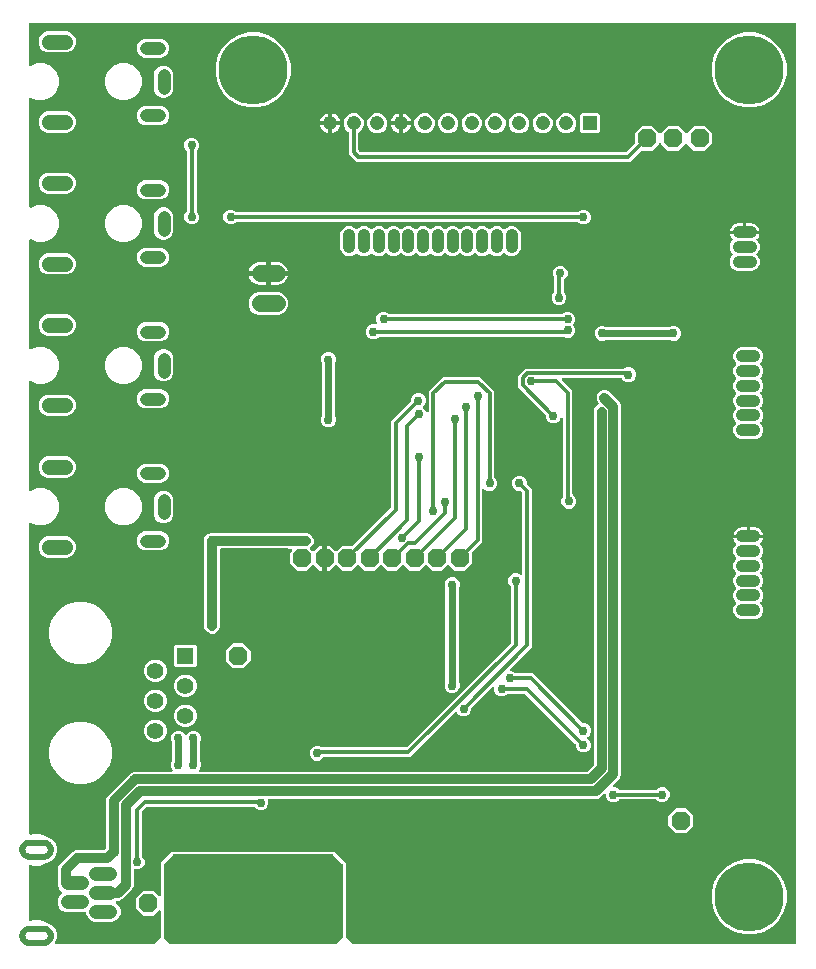
<source format=gbr>
G04 EAGLE Gerber RS-274X export*
G75*
%MOMM*%
%FSLAX34Y34*%
%LPD*%
%INBottom Copper*%
%IPPOS*%
%AMOC8*
5,1,8,0,0,1.08239X$1,22.5*%
G01*
%ADD10R,1.398000X1.398000*%
%ADD11C,1.398000*%
%ADD12C,1.308000*%
%ADD13C,1.108000*%
%ADD14C,0.500000*%
%ADD15C,1.208000*%
%ADD16C,1.422400*%
%ADD17C,1.016000*%
%ADD18C,1.208000*%
%ADD19R,1.208000X1.208000*%
%ADD20C,5.842000*%
%ADD21P,1.732040X8X22.500000*%
%ADD22C,0.812800*%
%ADD23C,0.756400*%
%ADD24C,0.304800*%
%ADD25C,0.609600*%

G36*
X116038Y10173D02*
X116038Y10173D01*
X116125Y10176D01*
X116178Y10193D01*
X116232Y10201D01*
X116312Y10236D01*
X116396Y10263D01*
X116435Y10291D01*
X116492Y10317D01*
X116605Y10413D01*
X116669Y10458D01*
X121368Y15157D01*
X121420Y15227D01*
X121480Y15291D01*
X121506Y15340D01*
X121539Y15384D01*
X121570Y15466D01*
X121610Y15544D01*
X121618Y15592D01*
X121640Y15650D01*
X121652Y15798D01*
X121665Y15875D01*
X121665Y37631D01*
X121661Y37660D01*
X121664Y37689D01*
X121641Y37800D01*
X121625Y37912D01*
X121613Y37939D01*
X121608Y37968D01*
X121556Y38068D01*
X121509Y38172D01*
X121490Y38194D01*
X121477Y38220D01*
X121399Y38302D01*
X121326Y38389D01*
X121301Y38405D01*
X121281Y38426D01*
X121183Y38484D01*
X121089Y38546D01*
X121061Y38555D01*
X121036Y38570D01*
X120926Y38598D01*
X120818Y38632D01*
X120788Y38633D01*
X120760Y38640D01*
X120647Y38637D01*
X120534Y38640D01*
X120505Y38632D01*
X120476Y38631D01*
X120368Y38596D01*
X120259Y38568D01*
X120233Y38553D01*
X120205Y38544D01*
X120142Y38498D01*
X120014Y38422D01*
X119971Y38377D01*
X119932Y38349D01*
X115492Y33908D01*
X106758Y33908D01*
X100583Y40083D01*
X100583Y48817D01*
X106758Y54992D01*
X115492Y54992D01*
X119932Y50551D01*
X119956Y50534D01*
X119975Y50511D01*
X120069Y50448D01*
X120159Y50380D01*
X120187Y50370D01*
X120211Y50354D01*
X120319Y50319D01*
X120425Y50279D01*
X120454Y50277D01*
X120482Y50268D01*
X120596Y50265D01*
X120708Y50255D01*
X120737Y50261D01*
X120766Y50260D01*
X120876Y50289D01*
X120987Y50311D01*
X121013Y50325D01*
X121041Y50332D01*
X121139Y50390D01*
X121239Y50442D01*
X121261Y50463D01*
X121286Y50478D01*
X121363Y50560D01*
X121445Y50638D01*
X121460Y50663D01*
X121480Y50685D01*
X121532Y50786D01*
X121589Y50883D01*
X121596Y50912D01*
X121610Y50938D01*
X121623Y51015D01*
X121659Y51159D01*
X121657Y51221D01*
X121665Y51269D01*
X121665Y78955D01*
X130596Y87885D01*
X269455Y87885D01*
X278385Y78955D01*
X278385Y15875D01*
X278397Y15788D01*
X278400Y15701D01*
X278417Y15648D01*
X278425Y15594D01*
X278460Y15514D01*
X278487Y15430D01*
X278515Y15391D01*
X278541Y15334D01*
X278637Y15221D01*
X278682Y15157D01*
X283381Y10458D01*
X283451Y10406D01*
X283515Y10346D01*
X283564Y10320D01*
X283608Y10287D01*
X283690Y10256D01*
X283768Y10216D01*
X283816Y10208D01*
X283874Y10186D01*
X284022Y10174D01*
X284099Y10161D01*
X658824Y10161D01*
X658882Y10169D01*
X658940Y10167D01*
X659022Y10189D01*
X659106Y10201D01*
X659159Y10224D01*
X659215Y10239D01*
X659288Y10282D01*
X659365Y10317D01*
X659410Y10355D01*
X659460Y10384D01*
X659518Y10446D01*
X659582Y10500D01*
X659614Y10549D01*
X659654Y10592D01*
X659693Y10667D01*
X659740Y10737D01*
X659757Y10793D01*
X659784Y10845D01*
X659795Y10913D01*
X659825Y11008D01*
X659828Y11108D01*
X659839Y11176D01*
X659839Y788824D01*
X659831Y788882D01*
X659833Y788940D01*
X659811Y789022D01*
X659799Y789106D01*
X659776Y789159D01*
X659761Y789215D01*
X659718Y789288D01*
X659683Y789365D01*
X659645Y789410D01*
X659616Y789460D01*
X659554Y789518D01*
X659500Y789582D01*
X659451Y789614D01*
X659408Y789654D01*
X659333Y789693D01*
X659263Y789740D01*
X659207Y789757D01*
X659155Y789784D01*
X659087Y789795D01*
X658992Y789825D01*
X658892Y789828D01*
X658824Y789839D01*
X11176Y789839D01*
X11118Y789831D01*
X11060Y789833D01*
X10978Y789811D01*
X10894Y789799D01*
X10841Y789776D01*
X10785Y789761D01*
X10712Y789718D01*
X10635Y789683D01*
X10590Y789645D01*
X10540Y789616D01*
X10482Y789554D01*
X10418Y789500D01*
X10386Y789451D01*
X10346Y789408D01*
X10307Y789333D01*
X10260Y789263D01*
X10243Y789207D01*
X10216Y789155D01*
X10205Y789087D01*
X10175Y788992D01*
X10172Y788892D01*
X10161Y788824D01*
X10161Y754395D01*
X10177Y754281D01*
X10187Y754167D01*
X10197Y754141D01*
X10201Y754113D01*
X10248Y754008D01*
X10289Y753901D01*
X10305Y753879D01*
X10317Y753854D01*
X10391Y753766D01*
X10460Y753675D01*
X10483Y753658D01*
X10500Y753637D01*
X10596Y753573D01*
X10688Y753505D01*
X10714Y753495D01*
X10737Y753479D01*
X10847Y753445D01*
X10954Y753404D01*
X10982Y753402D01*
X11008Y753394D01*
X11123Y753391D01*
X11237Y753382D01*
X11262Y753387D01*
X11292Y753386D01*
X11549Y753453D01*
X11565Y753457D01*
X16885Y755661D01*
X23115Y755661D01*
X28871Y753277D01*
X33277Y748871D01*
X35661Y743115D01*
X35661Y736885D01*
X33277Y731129D01*
X28871Y726723D01*
X23115Y724339D01*
X16885Y724339D01*
X11565Y726543D01*
X11453Y726572D01*
X11344Y726606D01*
X11316Y726607D01*
X11289Y726614D01*
X11175Y726611D01*
X11060Y726614D01*
X11033Y726607D01*
X11005Y726606D01*
X10896Y726571D01*
X10785Y726542D01*
X10761Y726528D01*
X10734Y726519D01*
X10639Y726455D01*
X10540Y726397D01*
X10521Y726376D01*
X10498Y726361D01*
X10424Y726273D01*
X10346Y726189D01*
X10333Y726165D01*
X10315Y726143D01*
X10269Y726039D01*
X10216Y725936D01*
X10212Y725912D01*
X10200Y725884D01*
X10163Y725620D01*
X10161Y725605D01*
X10161Y634395D01*
X10177Y634281D01*
X10187Y634167D01*
X10197Y634141D01*
X10201Y634113D01*
X10248Y634008D01*
X10289Y633901D01*
X10305Y633879D01*
X10317Y633854D01*
X10391Y633766D01*
X10460Y633675D01*
X10483Y633658D01*
X10500Y633637D01*
X10596Y633573D01*
X10688Y633505D01*
X10714Y633495D01*
X10737Y633479D01*
X10847Y633445D01*
X10954Y633404D01*
X10982Y633402D01*
X11008Y633394D01*
X11123Y633391D01*
X11237Y633382D01*
X11262Y633387D01*
X11292Y633386D01*
X11549Y633453D01*
X11565Y633457D01*
X16885Y635661D01*
X23115Y635661D01*
X28871Y633277D01*
X33277Y628871D01*
X35661Y623115D01*
X35661Y616885D01*
X33277Y611129D01*
X28871Y606723D01*
X23115Y604339D01*
X16885Y604339D01*
X11565Y606543D01*
X11453Y606572D01*
X11344Y606606D01*
X11316Y606607D01*
X11289Y606614D01*
X11175Y606611D01*
X11060Y606614D01*
X11033Y606607D01*
X11005Y606606D01*
X10896Y606571D01*
X10785Y606542D01*
X10761Y606528D01*
X10734Y606519D01*
X10639Y606455D01*
X10540Y606397D01*
X10521Y606376D01*
X10498Y606361D01*
X10424Y606273D01*
X10346Y606189D01*
X10333Y606165D01*
X10315Y606143D01*
X10269Y606039D01*
X10216Y605936D01*
X10212Y605912D01*
X10200Y605884D01*
X10163Y605620D01*
X10161Y605605D01*
X10161Y514395D01*
X10177Y514281D01*
X10187Y514167D01*
X10197Y514141D01*
X10201Y514113D01*
X10248Y514008D01*
X10289Y513901D01*
X10305Y513879D01*
X10317Y513854D01*
X10391Y513766D01*
X10460Y513675D01*
X10483Y513658D01*
X10500Y513637D01*
X10596Y513573D01*
X10688Y513505D01*
X10714Y513495D01*
X10737Y513479D01*
X10847Y513445D01*
X10954Y513404D01*
X10982Y513402D01*
X11008Y513394D01*
X11123Y513391D01*
X11237Y513382D01*
X11262Y513387D01*
X11292Y513386D01*
X11549Y513453D01*
X11565Y513457D01*
X16885Y515661D01*
X23115Y515661D01*
X28871Y513277D01*
X33277Y508871D01*
X35661Y503115D01*
X35661Y496885D01*
X33277Y491129D01*
X28871Y486723D01*
X23115Y484339D01*
X16885Y484339D01*
X11565Y486543D01*
X11453Y486572D01*
X11344Y486606D01*
X11316Y486607D01*
X11289Y486614D01*
X11175Y486611D01*
X11060Y486614D01*
X11033Y486607D01*
X11005Y486606D01*
X10896Y486571D01*
X10785Y486542D01*
X10761Y486528D01*
X10734Y486519D01*
X10639Y486455D01*
X10540Y486397D01*
X10521Y486376D01*
X10498Y486361D01*
X10424Y486273D01*
X10346Y486189D01*
X10333Y486165D01*
X10315Y486143D01*
X10269Y486039D01*
X10216Y485936D01*
X10212Y485912D01*
X10200Y485884D01*
X10163Y485620D01*
X10161Y485605D01*
X10161Y394395D01*
X10177Y394281D01*
X10187Y394167D01*
X10197Y394141D01*
X10201Y394113D01*
X10248Y394008D01*
X10289Y393901D01*
X10305Y393879D01*
X10317Y393854D01*
X10391Y393766D01*
X10460Y393675D01*
X10483Y393658D01*
X10500Y393637D01*
X10596Y393573D01*
X10688Y393505D01*
X10714Y393495D01*
X10737Y393479D01*
X10847Y393445D01*
X10954Y393404D01*
X10982Y393402D01*
X11008Y393394D01*
X11123Y393391D01*
X11237Y393382D01*
X11262Y393387D01*
X11292Y393386D01*
X11549Y393453D01*
X11565Y393457D01*
X16885Y395661D01*
X23115Y395661D01*
X28871Y393277D01*
X33277Y388871D01*
X35661Y383115D01*
X35661Y376885D01*
X33277Y371129D01*
X28871Y366723D01*
X23115Y364339D01*
X16885Y364339D01*
X11565Y366543D01*
X11453Y366572D01*
X11344Y366606D01*
X11316Y366607D01*
X11289Y366614D01*
X11175Y366611D01*
X11060Y366614D01*
X11033Y366607D01*
X11005Y366606D01*
X10896Y366571D01*
X10785Y366542D01*
X10761Y366528D01*
X10734Y366519D01*
X10639Y366455D01*
X10540Y366397D01*
X10521Y366376D01*
X10498Y366361D01*
X10424Y366273D01*
X10346Y366189D01*
X10333Y366165D01*
X10315Y366143D01*
X10269Y366039D01*
X10216Y365936D01*
X10212Y365912D01*
X10200Y365884D01*
X10163Y365620D01*
X10161Y365605D01*
X10161Y103516D01*
X10168Y103465D01*
X10167Y103447D01*
X10174Y103422D01*
X10177Y103402D01*
X10187Y103288D01*
X10197Y103262D01*
X10201Y103234D01*
X10248Y103129D01*
X10289Y103022D01*
X10305Y103000D01*
X10317Y102975D01*
X10391Y102887D01*
X10460Y102796D01*
X10483Y102779D01*
X10500Y102758D01*
X10596Y102694D01*
X10688Y102625D01*
X10714Y102616D01*
X10737Y102600D01*
X10847Y102566D01*
X10954Y102525D01*
X10982Y102523D01*
X11008Y102514D01*
X11123Y102512D01*
X11237Y102502D01*
X11262Y102508D01*
X11292Y102507D01*
X11549Y102574D01*
X11565Y102578D01*
X13793Y103501D01*
X19227Y103501D01*
X24248Y101421D01*
X24704Y100965D01*
X24729Y100947D01*
X24749Y100923D01*
X24815Y100882D01*
X24931Y100794D01*
X24991Y100771D01*
X25033Y100745D01*
X28764Y99200D01*
X31870Y96094D01*
X33550Y92038D01*
X33551Y92037D01*
X33551Y87643D01*
X33550Y87642D01*
X31870Y83586D01*
X28764Y80480D01*
X25033Y78935D01*
X25007Y78919D01*
X24977Y78910D01*
X24913Y78864D01*
X24788Y78790D01*
X24744Y78743D01*
X24704Y78715D01*
X24248Y78259D01*
X19227Y76179D01*
X13793Y76179D01*
X11565Y77102D01*
X11546Y77107D01*
X11537Y77112D01*
X11511Y77116D01*
X11453Y77131D01*
X11344Y77166D01*
X11316Y77166D01*
X11289Y77173D01*
X11175Y77170D01*
X11060Y77173D01*
X11033Y77166D01*
X11005Y77165D01*
X10896Y77130D01*
X10785Y77101D01*
X10761Y77087D01*
X10734Y77078D01*
X10639Y77014D01*
X10540Y76956D01*
X10521Y76936D01*
X10498Y76920D01*
X10426Y76834D01*
X10418Y76827D01*
X10414Y76821D01*
X10346Y76748D01*
X10333Y76724D01*
X10315Y76703D01*
X10276Y76614D01*
X10260Y76591D01*
X10253Y76567D01*
X10216Y76495D01*
X10212Y76471D01*
X10200Y76443D01*
X10189Y76365D01*
X10175Y76320D01*
X10173Y76249D01*
X10163Y76179D01*
X10161Y76164D01*
X10161Y30516D01*
X10177Y30402D01*
X10187Y30288D01*
X10197Y30262D01*
X10201Y30234D01*
X10248Y30129D01*
X10289Y30022D01*
X10305Y30000D01*
X10317Y29975D01*
X10391Y29887D01*
X10460Y29796D01*
X10483Y29779D01*
X10500Y29758D01*
X10596Y29694D01*
X10688Y29625D01*
X10714Y29616D01*
X10737Y29600D01*
X10847Y29566D01*
X10954Y29525D01*
X10982Y29523D01*
X11008Y29514D01*
X11123Y29512D01*
X11237Y29502D01*
X11262Y29508D01*
X11292Y29507D01*
X11549Y29574D01*
X11565Y29578D01*
X13793Y30501D01*
X19227Y30501D01*
X24248Y28421D01*
X24704Y27965D01*
X24729Y27947D01*
X24749Y27923D01*
X24815Y27882D01*
X24931Y27794D01*
X24991Y27771D01*
X25033Y27745D01*
X28764Y26200D01*
X31870Y23094D01*
X33550Y19038D01*
X33551Y19037D01*
X33551Y14643D01*
X33550Y14642D01*
X32275Y11565D01*
X32247Y11453D01*
X32212Y11344D01*
X32211Y11316D01*
X32204Y11289D01*
X32208Y11175D01*
X32205Y11060D01*
X32212Y11033D01*
X32212Y11005D01*
X32247Y10896D01*
X32276Y10785D01*
X32291Y10761D01*
X32299Y10734D01*
X32363Y10639D01*
X32422Y10540D01*
X32442Y10521D01*
X32457Y10498D01*
X32545Y10424D01*
X32629Y10346D01*
X32654Y10333D01*
X32675Y10315D01*
X32780Y10269D01*
X32882Y10216D01*
X32907Y10212D01*
X32935Y10200D01*
X33198Y10163D01*
X33213Y10161D01*
X115951Y10161D01*
X116038Y10173D01*
G37*
%LPC*%
G36*
X65303Y28759D02*
X65303Y28759D01*
X62149Y30066D01*
X59736Y32479D01*
X58429Y35633D01*
X58429Y35949D01*
X58413Y36063D01*
X58403Y36177D01*
X58393Y36203D01*
X58389Y36231D01*
X58342Y36335D01*
X58301Y36443D01*
X58285Y36465D01*
X58273Y36490D01*
X58199Y36578D01*
X58130Y36669D01*
X58107Y36686D01*
X58090Y36707D01*
X57994Y36771D01*
X57902Y36839D01*
X57876Y36849D01*
X57853Y36865D01*
X57743Y36899D01*
X57636Y36940D01*
X57608Y36942D01*
X57582Y36950D01*
X57467Y36953D01*
X57353Y36963D01*
X57328Y36957D01*
X57298Y36958D01*
X57041Y36891D01*
X57025Y36887D01*
X56717Y36759D01*
X41223Y36759D01*
X38069Y38066D01*
X35656Y40479D01*
X34349Y43633D01*
X34349Y47047D01*
X35656Y50201D01*
X38077Y52622D01*
X38112Y52669D01*
X38155Y52709D01*
X38197Y52782D01*
X38248Y52849D01*
X38269Y52904D01*
X38298Y52954D01*
X38319Y53036D01*
X38349Y53115D01*
X38354Y53173D01*
X38368Y53230D01*
X38366Y53314D01*
X38373Y53398D01*
X38361Y53456D01*
X38359Y53514D01*
X38334Y53594D01*
X38317Y53677D01*
X38290Y53729D01*
X38272Y53785D01*
X38232Y53841D01*
X38186Y53929D01*
X38117Y54002D01*
X38077Y54058D01*
X35656Y56479D01*
X34349Y59633D01*
X34349Y63047D01*
X34593Y63635D01*
X34601Y63665D01*
X34615Y63693D01*
X34628Y63770D01*
X34664Y63910D01*
X34662Y63975D01*
X34670Y64024D01*
X34670Y74339D01*
X35676Y76766D01*
X47059Y88149D01*
X49486Y89155D01*
X73044Y89155D01*
X73130Y89167D01*
X73218Y89170D01*
X73270Y89187D01*
X73325Y89195D01*
X73405Y89230D01*
X73488Y89257D01*
X73527Y89285D01*
X73585Y89311D01*
X73698Y89407D01*
X73762Y89452D01*
X75013Y90703D01*
X75065Y90773D01*
X75125Y90837D01*
X75151Y90887D01*
X75184Y90931D01*
X75215Y91012D01*
X75255Y91090D01*
X75263Y91138D01*
X75285Y91196D01*
X75297Y91344D01*
X75310Y91421D01*
X75310Y132337D01*
X76316Y134764D01*
X78316Y136765D01*
X78317Y136765D01*
X94502Y152951D01*
X96503Y154951D01*
X98930Y155957D01*
X131101Y155957D01*
X131130Y155961D01*
X131159Y155958D01*
X131270Y155981D01*
X131382Y155997D01*
X131409Y156009D01*
X131438Y156014D01*
X131538Y156067D01*
X131641Y156113D01*
X131664Y156132D01*
X131690Y156145D01*
X131772Y156223D01*
X131858Y156296D01*
X131875Y156321D01*
X131896Y156341D01*
X131953Y156439D01*
X132016Y156533D01*
X132025Y156561D01*
X132040Y156586D01*
X132068Y156696D01*
X132102Y156804D01*
X132103Y156834D01*
X132110Y156862D01*
X132106Y156975D01*
X132109Y157088D01*
X132102Y157117D01*
X132101Y157146D01*
X132066Y157254D01*
X132037Y157363D01*
X132022Y157389D01*
X132013Y157417D01*
X131968Y157481D01*
X131892Y157608D01*
X131846Y157651D01*
X131818Y157690D01*
X131165Y158343D01*
X130202Y160667D01*
X130202Y163183D01*
X130859Y164768D01*
X130867Y164798D01*
X130881Y164826D01*
X130894Y164903D01*
X130930Y165043D01*
X130928Y165108D01*
X130936Y165157D01*
X130936Y180918D01*
X130932Y180949D01*
X130934Y180980D01*
X130917Y181056D01*
X130896Y181200D01*
X130870Y181259D01*
X130859Y181307D01*
X130202Y182892D01*
X130202Y185408D01*
X131165Y187732D01*
X132943Y189510D01*
X135267Y190473D01*
X137783Y190473D01*
X140107Y189510D01*
X141885Y187732D01*
X141937Y187606D01*
X141952Y187581D01*
X141961Y187553D01*
X142024Y187459D01*
X142082Y187361D01*
X142103Y187341D01*
X142119Y187317D01*
X142206Y187244D01*
X142288Y187166D01*
X142314Y187153D01*
X142337Y187134D01*
X142440Y187088D01*
X142541Y187036D01*
X142570Y187030D01*
X142597Y187018D01*
X142709Y187003D01*
X142820Y186981D01*
X142849Y186984D01*
X142878Y186980D01*
X142990Y186996D01*
X143103Y187006D01*
X143131Y187016D01*
X143160Y187020D01*
X143263Y187067D01*
X143368Y187108D01*
X143392Y187125D01*
X143419Y187137D01*
X143505Y187211D01*
X143595Y187279D01*
X143613Y187303D01*
X143635Y187322D01*
X143677Y187388D01*
X143765Y187507D01*
X143787Y187565D01*
X143813Y187606D01*
X143865Y187732D01*
X145643Y189510D01*
X147967Y190473D01*
X150483Y190473D01*
X152807Y189510D01*
X154585Y187732D01*
X155548Y185408D01*
X155548Y182892D01*
X154891Y181307D01*
X154883Y181277D01*
X154869Y181249D01*
X154856Y181172D01*
X154820Y181032D01*
X154822Y180967D01*
X154814Y180918D01*
X154814Y165157D01*
X154818Y165126D01*
X154816Y165095D01*
X154833Y165019D01*
X154854Y164875D01*
X154880Y164816D01*
X154891Y164768D01*
X155548Y163183D01*
X155548Y160667D01*
X154585Y158343D01*
X153932Y157690D01*
X153914Y157666D01*
X153892Y157647D01*
X153829Y157553D01*
X153761Y157463D01*
X153750Y157435D01*
X153734Y157411D01*
X153700Y157303D01*
X153659Y157197D01*
X153657Y157168D01*
X153648Y157140D01*
X153645Y157026D01*
X153636Y156914D01*
X153642Y156885D01*
X153641Y156856D01*
X153670Y156746D01*
X153692Y156635D01*
X153705Y156609D01*
X153713Y156581D01*
X153770Y156483D01*
X153823Y156383D01*
X153843Y156361D01*
X153858Y156336D01*
X153941Y156259D01*
X154019Y156177D01*
X154044Y156162D01*
X154065Y156142D01*
X154166Y156090D01*
X154264Y156033D01*
X154292Y156026D01*
X154318Y156012D01*
X154396Y155999D01*
X154539Y155963D01*
X154602Y155965D01*
X154649Y155957D01*
X482746Y155957D01*
X482832Y155969D01*
X482920Y155972D01*
X482972Y155989D01*
X483027Y155997D01*
X483107Y156032D01*
X483190Y156059D01*
X483229Y156087D01*
X483287Y156113D01*
X483400Y156209D01*
X483464Y156254D01*
X488271Y161061D01*
X488323Y161131D01*
X488383Y161195D01*
X488409Y161245D01*
X488442Y161289D01*
X488473Y161370D01*
X488513Y161448D01*
X488521Y161496D01*
X488543Y161554D01*
X488555Y161702D01*
X488568Y161779D01*
X488568Y461969D01*
X489574Y464396D01*
X491432Y466254D01*
X491879Y466440D01*
X491978Y466498D01*
X492080Y466551D01*
X492100Y466570D01*
X492124Y466584D01*
X492203Y466668D01*
X492286Y466747D01*
X492300Y466771D01*
X492320Y466791D01*
X492372Y466893D01*
X492430Y466992D01*
X492437Y467019D01*
X492450Y467044D01*
X492472Y467157D01*
X492500Y467268D01*
X492499Y467295D01*
X492505Y467322D01*
X492495Y467437D01*
X492491Y467552D01*
X492483Y467578D01*
X492480Y467606D01*
X492439Y467713D01*
X492404Y467822D01*
X492389Y467843D01*
X492378Y467871D01*
X492217Y468084D01*
X492209Y468096D01*
X492207Y468098D01*
X491606Y468699D01*
X490600Y471126D01*
X490600Y473754D01*
X491606Y476181D01*
X493464Y478039D01*
X495891Y479045D01*
X498519Y479045D01*
X500946Y478039D01*
X510424Y468561D01*
X511430Y466134D01*
X511430Y152991D01*
X510424Y150564D01*
X508424Y148563D01*
X504441Y144581D01*
X504424Y144557D01*
X504401Y144538D01*
X504339Y144444D01*
X504270Y144354D01*
X504260Y144326D01*
X504244Y144302D01*
X504210Y144194D01*
X504169Y144088D01*
X504167Y144059D01*
X504158Y144031D01*
X504155Y143917D01*
X504146Y143805D01*
X504151Y143776D01*
X504151Y143747D01*
X504179Y143637D01*
X504202Y143526D01*
X504215Y143500D01*
X504223Y143472D01*
X504280Y143374D01*
X504333Y143274D01*
X504353Y143252D01*
X504368Y143227D01*
X504450Y143150D01*
X504528Y143068D01*
X504554Y143053D01*
X504575Y143033D01*
X504676Y142981D01*
X504774Y142924D01*
X504802Y142917D01*
X504828Y142903D01*
X504906Y142890D01*
X505049Y142854D01*
X505112Y142856D01*
X505159Y142848D01*
X506083Y142848D01*
X508407Y141885D01*
X509405Y140887D01*
X509474Y140835D01*
X509538Y140775D01*
X509588Y140749D01*
X509632Y140716D01*
X509714Y140685D01*
X509791Y140645D01*
X509839Y140637D01*
X509897Y140615D01*
X510045Y140603D01*
X510123Y140590D01*
X540802Y140590D01*
X540889Y140602D01*
X540977Y140605D01*
X541029Y140622D01*
X541084Y140630D01*
X541164Y140665D01*
X541247Y140692D01*
X541286Y140720D01*
X541343Y140746D01*
X541457Y140842D01*
X541520Y140887D01*
X542518Y141885D01*
X544842Y142848D01*
X547358Y142848D01*
X549682Y141885D01*
X551460Y140107D01*
X552423Y137783D01*
X552423Y135267D01*
X551460Y132943D01*
X549682Y131165D01*
X547358Y130202D01*
X544842Y130202D01*
X542518Y131165D01*
X541520Y132163D01*
X541451Y132215D01*
X541387Y132275D01*
X541337Y132301D01*
X541293Y132334D01*
X541211Y132365D01*
X541134Y132405D01*
X541086Y132413D01*
X541028Y132435D01*
X540880Y132447D01*
X540802Y132460D01*
X510123Y132460D01*
X510036Y132448D01*
X509948Y132445D01*
X509896Y132428D01*
X509841Y132420D01*
X509761Y132385D01*
X509678Y132358D01*
X509639Y132330D01*
X509582Y132304D01*
X509468Y132208D01*
X509405Y132163D01*
X508407Y131165D01*
X506083Y130202D01*
X503567Y130202D01*
X501243Y131165D01*
X499465Y132943D01*
X498502Y135267D01*
X498502Y136191D01*
X498498Y136220D01*
X498501Y136249D01*
X498478Y136360D01*
X498462Y136472D01*
X498450Y136499D01*
X498445Y136528D01*
X498392Y136628D01*
X498346Y136732D01*
X498327Y136754D01*
X498314Y136780D01*
X498236Y136862D01*
X498163Y136949D01*
X498138Y136965D01*
X498118Y136986D01*
X498020Y137043D01*
X497926Y137106D01*
X497898Y137115D01*
X497873Y137130D01*
X497763Y137158D01*
X497655Y137192D01*
X497625Y137193D01*
X497597Y137200D01*
X497484Y137196D01*
X497371Y137199D01*
X497342Y137192D01*
X497313Y137191D01*
X497205Y137156D01*
X497096Y137127D01*
X497070Y137113D01*
X497042Y137103D01*
X496979Y137058D01*
X496851Y136982D01*
X496808Y136937D01*
X496769Y136909D01*
X493961Y134101D01*
X491534Y133095D01*
X213330Y133095D01*
X213216Y133079D01*
X213102Y133069D01*
X213076Y133059D01*
X213048Y133055D01*
X212943Y133008D01*
X212836Y132967D01*
X212814Y132951D01*
X212789Y132939D01*
X212701Y132865D01*
X212610Y132796D01*
X212593Y132773D01*
X212572Y132756D01*
X212508Y132660D01*
X212439Y132568D01*
X212430Y132542D01*
X212414Y132519D01*
X212379Y132409D01*
X212339Y132302D01*
X212337Y132274D01*
X212328Y132248D01*
X212325Y132133D01*
X212316Y132019D01*
X212322Y131994D01*
X212321Y131964D01*
X212388Y131707D01*
X212392Y131691D01*
X212698Y130953D01*
X212698Y128437D01*
X211735Y126113D01*
X209957Y124335D01*
X207633Y123372D01*
X205117Y123372D01*
X202793Y124335D01*
X201315Y125813D01*
X201246Y125865D01*
X201182Y125925D01*
X201132Y125951D01*
X201088Y125984D01*
X201006Y126015D01*
X200929Y126055D01*
X200881Y126063D01*
X200823Y126085D01*
X200675Y126097D01*
X200597Y126110D01*
X110054Y126110D01*
X109968Y126098D01*
X109880Y126095D01*
X109827Y126078D01*
X109773Y126070D01*
X109693Y126035D01*
X109610Y126008D01*
X109570Y125980D01*
X109513Y125954D01*
X109400Y125858D01*
X109336Y125813D01*
X105962Y122439D01*
X105910Y122369D01*
X105850Y122305D01*
X105824Y122256D01*
X105791Y122212D01*
X105760Y122130D01*
X105720Y122052D01*
X105712Y122004D01*
X105690Y121946D01*
X105678Y121798D01*
X105665Y121721D01*
X105665Y84672D01*
X105677Y84586D01*
X105680Y84498D01*
X105697Y84446D01*
X105705Y84391D01*
X105740Y84311D01*
X105767Y84228D01*
X105795Y84189D01*
X105821Y84132D01*
X105917Y84018D01*
X105962Y83955D01*
X106960Y82957D01*
X107923Y80633D01*
X107923Y78117D01*
X106960Y75793D01*
X105182Y74015D01*
X102858Y73052D01*
X100342Y73052D01*
X100084Y73159D01*
X99972Y73188D01*
X99863Y73223D01*
X99835Y73224D01*
X99808Y73230D01*
X99694Y73227D01*
X99579Y73230D01*
X99552Y73223D01*
X99524Y73222D01*
X99415Y73187D01*
X99304Y73158D01*
X99280Y73144D01*
X99253Y73136D01*
X99158Y73072D01*
X99059Y73013D01*
X99040Y72993D01*
X99017Y72977D01*
X98943Y72889D01*
X98865Y72806D01*
X98852Y72781D01*
X98834Y72760D01*
X98787Y72655D01*
X98735Y72553D01*
X98731Y72528D01*
X98719Y72500D01*
X98682Y72236D01*
X98680Y72222D01*
X98680Y59011D01*
X97674Y56584D01*
X88831Y47741D01*
X86404Y46735D01*
X85041Y46735D01*
X84954Y46723D01*
X84867Y46720D01*
X84814Y46703D01*
X84759Y46695D01*
X84680Y46660D01*
X84596Y46633D01*
X84557Y46605D01*
X84500Y46579D01*
X84387Y46483D01*
X84323Y46438D01*
X83943Y46058D01*
X83908Y46011D01*
X83865Y45971D01*
X83823Y45898D01*
X83772Y45831D01*
X83751Y45776D01*
X83722Y45726D01*
X83701Y45644D01*
X83671Y45565D01*
X83666Y45507D01*
X83652Y45450D01*
X83654Y45366D01*
X83647Y45282D01*
X83659Y45224D01*
X83661Y45166D01*
X83687Y45086D01*
X83703Y45003D01*
X83730Y44951D01*
X83748Y44895D01*
X83788Y44839D01*
X83834Y44751D01*
X83903Y44678D01*
X83943Y44622D01*
X86364Y42201D01*
X87671Y39047D01*
X87671Y35633D01*
X86364Y32479D01*
X83951Y30066D01*
X80797Y28759D01*
X65303Y28759D01*
G37*
%LPD*%
%LPC*%
G36*
X163786Y272795D02*
X163786Y272795D01*
X161359Y273801D01*
X159501Y275659D01*
X158495Y278086D01*
X158495Y352814D01*
X159501Y355241D01*
X161359Y357099D01*
X163806Y358113D01*
X166459Y358113D01*
X166466Y358111D01*
X166523Y358113D01*
X166531Y358113D01*
X166579Y358105D01*
X173146Y358105D01*
X173177Y358109D01*
X173207Y358107D01*
X173234Y358113D01*
X175984Y358113D01*
X175991Y358111D01*
X176048Y358113D01*
X176056Y358113D01*
X176104Y358105D01*
X182671Y358105D01*
X182702Y358109D01*
X182732Y358107D01*
X182759Y358113D01*
X185509Y358113D01*
X185516Y358111D01*
X185573Y358113D01*
X185581Y358113D01*
X185629Y358105D01*
X232744Y358105D01*
X233390Y357837D01*
X233420Y357829D01*
X233448Y357815D01*
X233525Y357802D01*
X233665Y357766D01*
X233730Y357768D01*
X233779Y357760D01*
X245789Y357760D01*
X248216Y356754D01*
X250074Y354896D01*
X251080Y352469D01*
X251080Y349841D01*
X250074Y347414D01*
X248427Y345767D01*
X248392Y345720D01*
X248350Y345680D01*
X248307Y345607D01*
X248256Y345540D01*
X248236Y345485D01*
X248206Y345434D01*
X248185Y345353D01*
X248155Y345274D01*
X248150Y345216D01*
X248136Y345159D01*
X248139Y345075D01*
X248132Y344991D01*
X248143Y344933D01*
X248145Y344875D01*
X248171Y344795D01*
X248187Y344712D01*
X248214Y344660D01*
X248232Y344604D01*
X248272Y344548D01*
X248318Y344460D01*
X248387Y344387D01*
X248427Y344331D01*
X250107Y342651D01*
X250154Y342616D01*
X250194Y342574D01*
X250267Y342531D01*
X250334Y342480D01*
X250389Y342459D01*
X250439Y342430D01*
X250521Y342409D01*
X250600Y342379D01*
X250658Y342374D01*
X250715Y342360D01*
X250799Y342362D01*
X250883Y342355D01*
X250941Y342367D01*
X250999Y342369D01*
X251079Y342395D01*
X251162Y342411D01*
X251214Y342438D01*
X251270Y342456D01*
X251326Y342496D01*
X251414Y342542D01*
X251487Y342611D01*
X251543Y342651D01*
X255983Y347092D01*
X258319Y347092D01*
X258319Y337566D01*
X258327Y337508D01*
X258325Y337450D01*
X258347Y337368D01*
X258359Y337285D01*
X258383Y337231D01*
X258397Y337175D01*
X258440Y337102D01*
X258475Y337025D01*
X258513Y336981D01*
X258543Y336930D01*
X258604Y336873D01*
X258659Y336808D01*
X258707Y336776D01*
X258750Y336736D01*
X258825Y336697D01*
X258895Y336651D01*
X258951Y336633D01*
X259003Y336606D01*
X259071Y336595D01*
X259166Y336565D01*
X259266Y336562D01*
X259334Y336551D01*
X261366Y336551D01*
X261424Y336559D01*
X261482Y336558D01*
X261564Y336579D01*
X261647Y336591D01*
X261701Y336615D01*
X261757Y336629D01*
X261830Y336672D01*
X261907Y336707D01*
X261952Y336745D01*
X262002Y336775D01*
X262060Y336836D01*
X262124Y336891D01*
X262156Y336939D01*
X262196Y336982D01*
X262235Y337057D01*
X262281Y337127D01*
X262299Y337183D01*
X262326Y337235D01*
X262337Y337303D01*
X262367Y337398D01*
X262370Y337498D01*
X262381Y337566D01*
X262381Y347092D01*
X264717Y347092D01*
X269157Y342651D01*
X269204Y342616D01*
X269244Y342574D01*
X269317Y342531D01*
X269384Y342480D01*
X269439Y342459D01*
X269489Y342430D01*
X269571Y342409D01*
X269650Y342379D01*
X269708Y342374D01*
X269765Y342360D01*
X269849Y342362D01*
X269933Y342355D01*
X269991Y342367D01*
X270049Y342369D01*
X270129Y342395D01*
X270212Y342411D01*
X270264Y342438D01*
X270320Y342456D01*
X270376Y342496D01*
X270464Y342542D01*
X270537Y342611D01*
X270593Y342651D01*
X275033Y347092D01*
X283773Y347092D01*
X283859Y347104D01*
X283947Y347107D01*
X283999Y347124D01*
X284054Y347132D01*
X284134Y347167D01*
X284217Y347194D01*
X284257Y347222D01*
X284314Y347248D01*
X284427Y347344D01*
X284491Y347389D01*
X316313Y379211D01*
X316365Y379281D01*
X316425Y379345D01*
X316451Y379394D01*
X316484Y379439D01*
X316515Y379520D01*
X316555Y379598D01*
X316563Y379646D01*
X316585Y379704D01*
X316597Y379852D01*
X316610Y379929D01*
X316610Y452534D01*
X333105Y469028D01*
X333157Y469098D01*
X333217Y469162D01*
X333243Y469211D01*
X333276Y469256D01*
X333307Y469337D01*
X333347Y469415D01*
X333355Y469463D01*
X333377Y469521D01*
X333389Y469669D01*
X333402Y469746D01*
X333402Y471158D01*
X334365Y473482D01*
X336143Y475260D01*
X338467Y476223D01*
X340983Y476223D01*
X343307Y475260D01*
X345085Y473482D01*
X346048Y471158D01*
X346048Y468642D01*
X345085Y466318D01*
X343987Y465220D01*
X343952Y465174D01*
X343910Y465133D01*
X343867Y465061D01*
X343816Y464993D01*
X343795Y464939D01*
X343766Y464888D01*
X343745Y464806D01*
X343715Y464728D01*
X343710Y464669D01*
X343696Y464613D01*
X343698Y464528D01*
X343691Y464444D01*
X343703Y464387D01*
X343705Y464328D01*
X343731Y464248D01*
X343747Y464165D01*
X343774Y464114D01*
X343792Y464058D01*
X343832Y464002D01*
X343878Y463913D01*
X343947Y463841D01*
X343987Y463785D01*
X345720Y462052D01*
X346407Y460393D01*
X346451Y460319D01*
X346486Y460241D01*
X346523Y460197D01*
X346552Y460148D01*
X346614Y460089D01*
X346670Y460024D01*
X346717Y459992D01*
X346758Y459953D01*
X346835Y459914D01*
X346906Y459866D01*
X346960Y459849D01*
X347011Y459823D01*
X347095Y459806D01*
X347177Y459780D01*
X347234Y459779D01*
X347290Y459768D01*
X347375Y459775D01*
X347461Y459773D01*
X347516Y459787D01*
X347573Y459792D01*
X347654Y459823D01*
X347736Y459845D01*
X347785Y459874D01*
X347838Y459894D01*
X347907Y459946D01*
X347981Y459990D01*
X348020Y460032D01*
X348065Y460066D01*
X348117Y460135D01*
X348175Y460198D01*
X348201Y460248D01*
X348235Y460294D01*
X348266Y460374D01*
X348305Y460451D01*
X348313Y460499D01*
X348336Y460560D01*
X348347Y460704D01*
X348360Y460782D01*
X348360Y477934D01*
X360266Y489840D01*
X392209Y489840D01*
X404115Y477934D01*
X404115Y405348D01*
X404127Y405261D01*
X404130Y405173D01*
X404147Y405121D01*
X404155Y405066D01*
X404190Y404986D01*
X404217Y404903D01*
X404245Y404864D01*
X404271Y404807D01*
X404367Y404693D01*
X404412Y404630D01*
X405410Y403632D01*
X406373Y401308D01*
X406373Y398792D01*
X405410Y396468D01*
X403632Y394690D01*
X401308Y393727D01*
X398792Y393727D01*
X396468Y394690D01*
X395688Y395470D01*
X395664Y395488D01*
X395645Y395510D01*
X395551Y395573D01*
X395461Y395641D01*
X395433Y395652D01*
X395409Y395668D01*
X395301Y395702D01*
X395195Y395743D01*
X395166Y395745D01*
X395138Y395754D01*
X395024Y395757D01*
X394912Y395766D01*
X394883Y395760D01*
X394854Y395761D01*
X394744Y395732D01*
X394633Y395710D01*
X394607Y395697D01*
X394579Y395689D01*
X394481Y395632D01*
X394381Y395579D01*
X394359Y395559D01*
X394334Y395544D01*
X394257Y395461D01*
X394175Y395383D01*
X394160Y395358D01*
X394140Y395337D01*
X394088Y395236D01*
X394031Y395138D01*
X394024Y395110D01*
X394010Y395084D01*
X393997Y395006D01*
X393961Y394863D01*
X393963Y394800D01*
X393955Y394753D01*
X393955Y350106D01*
X385489Y341641D01*
X385437Y341571D01*
X385377Y341507D01*
X385351Y341458D01*
X385318Y341413D01*
X385287Y341332D01*
X385247Y341254D01*
X385239Y341206D01*
X385217Y341148D01*
X385205Y341000D01*
X385192Y340923D01*
X385192Y332183D01*
X379017Y326008D01*
X370283Y326008D01*
X365843Y330449D01*
X365796Y330484D01*
X365756Y330526D01*
X365683Y330569D01*
X365616Y330620D01*
X365561Y330641D01*
X365511Y330670D01*
X365429Y330691D01*
X365350Y330721D01*
X365292Y330726D01*
X365235Y330740D01*
X365151Y330738D01*
X365067Y330745D01*
X365009Y330733D01*
X364951Y330731D01*
X364871Y330705D01*
X364788Y330689D01*
X364736Y330662D01*
X364680Y330644D01*
X364624Y330604D01*
X364536Y330558D01*
X364463Y330489D01*
X364407Y330449D01*
X359967Y326008D01*
X351233Y326008D01*
X346793Y330449D01*
X346746Y330484D01*
X346706Y330526D01*
X346633Y330569D01*
X346566Y330620D01*
X346511Y330641D01*
X346461Y330670D01*
X346379Y330691D01*
X346300Y330721D01*
X346242Y330726D01*
X346185Y330740D01*
X346101Y330738D01*
X346017Y330745D01*
X345959Y330733D01*
X345901Y330731D01*
X345821Y330705D01*
X345738Y330689D01*
X345686Y330662D01*
X345630Y330644D01*
X345574Y330604D01*
X345486Y330558D01*
X345413Y330489D01*
X345357Y330449D01*
X340917Y326008D01*
X332183Y326008D01*
X327743Y330449D01*
X327696Y330484D01*
X327656Y330526D01*
X327583Y330569D01*
X327516Y330620D01*
X327461Y330641D01*
X327411Y330670D01*
X327329Y330691D01*
X327250Y330721D01*
X327192Y330726D01*
X327135Y330740D01*
X327051Y330738D01*
X326967Y330745D01*
X326909Y330733D01*
X326851Y330731D01*
X326771Y330705D01*
X326688Y330689D01*
X326636Y330662D01*
X326580Y330644D01*
X326524Y330604D01*
X326436Y330558D01*
X326363Y330489D01*
X326307Y330449D01*
X321867Y326008D01*
X313133Y326008D01*
X308693Y330449D01*
X308646Y330484D01*
X308606Y330526D01*
X308533Y330569D01*
X308466Y330620D01*
X308411Y330641D01*
X308361Y330670D01*
X308279Y330691D01*
X308200Y330721D01*
X308142Y330726D01*
X308085Y330740D01*
X308001Y330738D01*
X307917Y330745D01*
X307859Y330733D01*
X307801Y330731D01*
X307721Y330705D01*
X307638Y330689D01*
X307586Y330662D01*
X307530Y330644D01*
X307474Y330604D01*
X307386Y330558D01*
X307313Y330489D01*
X307257Y330449D01*
X302817Y326008D01*
X294083Y326008D01*
X289643Y330449D01*
X289596Y330484D01*
X289556Y330526D01*
X289483Y330569D01*
X289416Y330620D01*
X289361Y330641D01*
X289311Y330670D01*
X289229Y330691D01*
X289150Y330721D01*
X289092Y330726D01*
X289035Y330740D01*
X288951Y330738D01*
X288867Y330745D01*
X288809Y330733D01*
X288751Y330731D01*
X288671Y330705D01*
X288588Y330689D01*
X288536Y330662D01*
X288480Y330644D01*
X288424Y330604D01*
X288336Y330558D01*
X288263Y330489D01*
X288207Y330449D01*
X283767Y326008D01*
X275033Y326008D01*
X270593Y330449D01*
X270546Y330484D01*
X270506Y330526D01*
X270433Y330569D01*
X270366Y330620D01*
X270311Y330641D01*
X270261Y330670D01*
X270179Y330691D01*
X270100Y330721D01*
X270042Y330726D01*
X269985Y330740D01*
X269901Y330738D01*
X269817Y330745D01*
X269759Y330733D01*
X269701Y330731D01*
X269621Y330705D01*
X269538Y330689D01*
X269486Y330662D01*
X269430Y330644D01*
X269374Y330604D01*
X269286Y330558D01*
X269213Y330489D01*
X269157Y330449D01*
X264717Y326008D01*
X262381Y326008D01*
X262381Y335534D01*
X262373Y335592D01*
X262375Y335650D01*
X262353Y335732D01*
X262341Y335815D01*
X262317Y335869D01*
X262303Y335925D01*
X262260Y335998D01*
X262225Y336075D01*
X262187Y336119D01*
X262157Y336170D01*
X262096Y336227D01*
X262041Y336292D01*
X261993Y336324D01*
X261950Y336364D01*
X261875Y336403D01*
X261805Y336449D01*
X261749Y336467D01*
X261697Y336494D01*
X261629Y336505D01*
X261534Y336535D01*
X261434Y336538D01*
X261366Y336549D01*
X259334Y336549D01*
X259276Y336541D01*
X259218Y336542D01*
X259136Y336521D01*
X259053Y336509D01*
X258999Y336485D01*
X258943Y336471D01*
X258870Y336428D01*
X258793Y336393D01*
X258748Y336355D01*
X258698Y336325D01*
X258640Y336264D01*
X258576Y336209D01*
X258544Y336161D01*
X258504Y336118D01*
X258465Y336043D01*
X258419Y335973D01*
X258401Y335917D01*
X258374Y335865D01*
X258363Y335797D01*
X258333Y335702D01*
X258330Y335602D01*
X258319Y335534D01*
X258319Y326008D01*
X255983Y326008D01*
X251543Y330449D01*
X251496Y330484D01*
X251456Y330526D01*
X251383Y330569D01*
X251316Y330620D01*
X251261Y330641D01*
X251211Y330670D01*
X251129Y330691D01*
X251050Y330721D01*
X250992Y330726D01*
X250935Y330740D01*
X250851Y330738D01*
X250767Y330745D01*
X250709Y330733D01*
X250651Y330731D01*
X250571Y330705D01*
X250488Y330689D01*
X250436Y330662D01*
X250380Y330644D01*
X250324Y330604D01*
X250236Y330558D01*
X250163Y330489D01*
X250107Y330449D01*
X245667Y326008D01*
X236933Y326008D01*
X230758Y332183D01*
X230758Y340917D01*
X232659Y342817D01*
X232677Y342841D01*
X232699Y342860D01*
X232762Y342954D01*
X232830Y343044D01*
X232840Y343072D01*
X232857Y343096D01*
X232891Y343204D01*
X232931Y343310D01*
X232933Y343339D01*
X232942Y343367D01*
X232945Y343481D01*
X232955Y343593D01*
X232949Y343622D01*
X232950Y343651D01*
X232921Y343761D01*
X232899Y343872D01*
X232885Y343898D01*
X232878Y343926D01*
X232820Y344024D01*
X232768Y344124D01*
X232748Y344146D01*
X232733Y344171D01*
X232650Y344248D01*
X232572Y344330D01*
X232547Y344345D01*
X232525Y344365D01*
X232424Y344417D01*
X232327Y344474D01*
X232298Y344481D01*
X232272Y344495D01*
X232195Y344508D01*
X232051Y344544D01*
X231989Y344542D01*
X231941Y344550D01*
X230461Y344550D01*
X229815Y344818D01*
X229785Y344826D01*
X229757Y344840D01*
X229680Y344853D01*
X229540Y344889D01*
X229475Y344887D01*
X229426Y344895D01*
X172720Y344895D01*
X172662Y344887D01*
X172604Y344889D01*
X172522Y344867D01*
X172438Y344855D01*
X172385Y344832D01*
X172329Y344817D01*
X172256Y344774D01*
X172179Y344739D01*
X172134Y344701D01*
X172084Y344672D01*
X172026Y344610D01*
X171962Y344556D01*
X171930Y344507D01*
X171890Y344464D01*
X171851Y344389D01*
X171804Y344319D01*
X171787Y344263D01*
X171760Y344211D01*
X171749Y344143D01*
X171719Y344048D01*
X171716Y343948D01*
X171705Y343880D01*
X171705Y278086D01*
X170699Y275659D01*
X168841Y273801D01*
X166414Y272795D01*
X163786Y272795D01*
G37*
%LPD*%
G36*
X270092Y10175D02*
X270092Y10175D01*
X270183Y10183D01*
X270213Y10195D01*
X270245Y10200D01*
X270325Y10243D01*
X270409Y10279D01*
X270441Y10305D01*
X270462Y10316D01*
X270484Y10339D01*
X270540Y10384D01*
X275493Y15337D01*
X275546Y15411D01*
X275606Y15480D01*
X275618Y15510D01*
X275637Y15536D01*
X275664Y15623D01*
X275698Y15708D01*
X275702Y15749D01*
X275709Y15772D01*
X275708Y15804D01*
X275716Y15875D01*
X275716Y77470D01*
X275702Y77560D01*
X275694Y77651D01*
X275682Y77681D01*
X275677Y77713D01*
X275634Y77793D01*
X275598Y77877D01*
X275572Y77909D01*
X275561Y77930D01*
X275538Y77952D01*
X275493Y78008D01*
X267873Y85628D01*
X267799Y85681D01*
X267730Y85741D01*
X267700Y85753D01*
X267674Y85772D01*
X267587Y85799D01*
X267502Y85833D01*
X267461Y85837D01*
X267438Y85844D01*
X267406Y85843D01*
X267335Y85851D01*
X132715Y85851D01*
X132625Y85837D01*
X132534Y85829D01*
X132504Y85817D01*
X132472Y85812D01*
X132392Y85769D01*
X132308Y85733D01*
X132276Y85707D01*
X132255Y85696D01*
X132233Y85673D01*
X132177Y85628D01*
X124557Y78008D01*
X124504Y77934D01*
X124444Y77865D01*
X124432Y77835D01*
X124413Y77809D01*
X124386Y77722D01*
X124352Y77637D01*
X124348Y77596D01*
X124341Y77573D01*
X124342Y77541D01*
X124334Y77470D01*
X124334Y15875D01*
X124349Y15785D01*
X124356Y15694D01*
X124368Y15664D01*
X124374Y15632D01*
X124416Y15552D01*
X124452Y15468D01*
X124478Y15436D01*
X124489Y15415D01*
X124512Y15393D01*
X124557Y15337D01*
X129510Y10384D01*
X129584Y10331D01*
X129653Y10271D01*
X129683Y10259D01*
X129709Y10240D01*
X129796Y10213D01*
X129881Y10179D01*
X129922Y10175D01*
X129945Y10168D01*
X129977Y10169D01*
X130048Y10161D01*
X270002Y10161D01*
X270092Y10175D01*
G37*
%LPC*%
G36*
X252742Y165127D02*
X252742Y165127D01*
X250418Y166090D01*
X248640Y167868D01*
X247677Y170192D01*
X247677Y172708D01*
X248640Y175032D01*
X250418Y176810D01*
X252742Y177773D01*
X255258Y177773D01*
X257768Y176733D01*
X257788Y176728D01*
X257831Y176706D01*
X257878Y176698D01*
X257937Y176676D01*
X258015Y176669D01*
X258043Y176662D01*
X258087Y176663D01*
X258162Y176651D01*
X329232Y176651D01*
X329318Y176663D01*
X329406Y176666D01*
X329458Y176683D01*
X329513Y176690D01*
X329593Y176726D01*
X329676Y176753D01*
X329715Y176781D01*
X329773Y176807D01*
X329886Y176903D01*
X329950Y176948D01*
X417913Y264911D01*
X417965Y264981D01*
X418025Y265045D01*
X418051Y265094D01*
X418084Y265139D01*
X418115Y265220D01*
X418155Y265298D01*
X418163Y265346D01*
X418185Y265404D01*
X418197Y265552D01*
X418210Y265629D01*
X418210Y312202D01*
X418198Y312289D01*
X418195Y312377D01*
X418178Y312429D01*
X418170Y312484D01*
X418135Y312564D01*
X418108Y312647D01*
X418080Y312686D01*
X418054Y312743D01*
X417958Y312857D01*
X417913Y312920D01*
X416915Y313918D01*
X415952Y316242D01*
X415952Y318758D01*
X416915Y321082D01*
X418693Y322860D01*
X421017Y323823D01*
X423533Y323823D01*
X425857Y322860D01*
X426002Y322715D01*
X426026Y322697D01*
X426045Y322675D01*
X426139Y322612D01*
X426229Y322544D01*
X426257Y322533D01*
X426281Y322517D01*
X426389Y322483D01*
X426495Y322442D01*
X426524Y322440D01*
X426552Y322431D01*
X426665Y322428D01*
X426778Y322419D01*
X426807Y322425D01*
X426836Y322424D01*
X426946Y322452D01*
X427057Y322475D01*
X427083Y322488D01*
X427111Y322496D01*
X427209Y322554D01*
X427309Y322606D01*
X427331Y322626D01*
X427356Y322641D01*
X427433Y322724D01*
X427515Y322802D01*
X427530Y322827D01*
X427550Y322848D01*
X427602Y322949D01*
X427659Y323047D01*
X427666Y323075D01*
X427680Y323101D01*
X427693Y323179D01*
X427729Y323322D01*
X427727Y323385D01*
X427735Y323432D01*
X427735Y391596D01*
X427723Y391682D01*
X427720Y391770D01*
X427703Y391822D01*
X427695Y391877D01*
X427660Y391957D01*
X427633Y392040D01*
X427605Y392080D01*
X427579Y392137D01*
X427483Y392250D01*
X427438Y392314D01*
X426255Y393497D01*
X426185Y393549D01*
X426121Y393609D01*
X426072Y393635D01*
X426027Y393668D01*
X425946Y393699D01*
X425868Y393739D01*
X425820Y393747D01*
X425762Y393769D01*
X425614Y393781D01*
X425537Y393794D01*
X424125Y393794D01*
X421801Y394757D01*
X420023Y396535D01*
X419060Y398859D01*
X419060Y401375D01*
X420023Y403699D01*
X421801Y405477D01*
X424125Y406440D01*
X426641Y406440D01*
X428965Y405477D01*
X430743Y403699D01*
X431706Y401375D01*
X431706Y399963D01*
X431713Y399914D01*
X431712Y399900D01*
X431717Y399882D01*
X431718Y399877D01*
X431721Y399789D01*
X431738Y399737D01*
X431745Y399682D01*
X431781Y399602D01*
X431808Y399519D01*
X431836Y399479D01*
X431862Y399422D01*
X431958Y399309D01*
X432003Y399245D01*
X435865Y395384D01*
X435865Y261206D01*
X417664Y243006D01*
X417647Y242982D01*
X417624Y242963D01*
X417561Y242869D01*
X417493Y242779D01*
X417483Y242751D01*
X417467Y242727D01*
X417432Y242619D01*
X417392Y242513D01*
X417390Y242484D01*
X417381Y242456D01*
X417378Y242342D01*
X417369Y242230D01*
X417374Y242201D01*
X417374Y242172D01*
X417402Y242062D01*
X417424Y241951D01*
X417438Y241925D01*
X417445Y241897D01*
X417503Y241799D01*
X417555Y241699D01*
X417576Y241677D01*
X417591Y241652D01*
X417673Y241575D01*
X417751Y241493D01*
X417777Y241478D01*
X417798Y241458D01*
X417899Y241406D01*
X417997Y241349D01*
X418025Y241342D01*
X418051Y241328D01*
X418128Y241315D01*
X418272Y241279D01*
X418335Y241281D01*
X418382Y241273D01*
X418453Y241273D01*
X420777Y240310D01*
X421775Y239312D01*
X421844Y239260D01*
X421908Y239200D01*
X421958Y239174D01*
X422002Y239141D01*
X422084Y239110D01*
X422161Y239070D01*
X422209Y239062D01*
X422267Y239040D01*
X422415Y239028D01*
X422493Y239015D01*
X436659Y239015D01*
X478553Y197120D01*
X478623Y197068D01*
X478687Y197008D01*
X478736Y196982D01*
X478781Y196949D01*
X478862Y196918D01*
X478940Y196878D01*
X478988Y196870D01*
X479046Y196848D01*
X479194Y196836D01*
X479271Y196823D01*
X480683Y196823D01*
X483007Y195860D01*
X484785Y194082D01*
X485748Y191758D01*
X485748Y189242D01*
X484785Y186918D01*
X483052Y185185D01*
X483017Y185139D01*
X482975Y185098D01*
X482932Y185026D01*
X482881Y184958D01*
X482860Y184904D01*
X482831Y184853D01*
X482810Y184772D01*
X482780Y184693D01*
X482775Y184634D01*
X482761Y184578D01*
X482763Y184493D01*
X482756Y184409D01*
X482768Y184352D01*
X482770Y184293D01*
X482796Y184213D01*
X482812Y184131D01*
X482839Y184079D01*
X482857Y184023D01*
X482897Y183967D01*
X482943Y183878D01*
X483012Y183806D01*
X483052Y183750D01*
X484785Y182017D01*
X485748Y179693D01*
X485748Y177177D01*
X484785Y174853D01*
X483007Y173075D01*
X480683Y172112D01*
X478167Y172112D01*
X475843Y173075D01*
X474065Y174853D01*
X473102Y177177D01*
X473102Y178589D01*
X473090Y178675D01*
X473087Y178763D01*
X473070Y178815D01*
X473062Y178870D01*
X473027Y178950D01*
X473000Y179033D01*
X472972Y179073D01*
X472946Y179130D01*
X472850Y179243D01*
X472805Y179307D01*
X430374Y221738D01*
X430304Y221790D01*
X430240Y221850D01*
X430191Y221876D01*
X430146Y221909D01*
X430065Y221940D01*
X429987Y221980D01*
X429939Y221988D01*
X429881Y222010D01*
X429733Y222022D01*
X429656Y222035D01*
X415548Y222035D01*
X415461Y222023D01*
X415373Y222020D01*
X415321Y222003D01*
X415266Y221995D01*
X415186Y221960D01*
X415103Y221933D01*
X415064Y221905D01*
X415007Y221879D01*
X414893Y221783D01*
X414830Y221738D01*
X413832Y220740D01*
X411508Y219777D01*
X408992Y219777D01*
X406668Y220740D01*
X404890Y222518D01*
X403927Y224842D01*
X403927Y226818D01*
X403923Y226847D01*
X403926Y226876D01*
X403903Y226987D01*
X403887Y227099D01*
X403875Y227126D01*
X403870Y227155D01*
X403818Y227255D01*
X403771Y227359D01*
X403752Y227381D01*
X403739Y227407D01*
X403661Y227489D01*
X403588Y227576D01*
X403563Y227592D01*
X403543Y227613D01*
X403445Y227671D01*
X403351Y227733D01*
X403323Y227742D01*
X403298Y227757D01*
X403188Y227785D01*
X403080Y227819D01*
X403050Y227820D01*
X403022Y227827D01*
X402909Y227824D01*
X402796Y227826D01*
X402767Y227819D01*
X402738Y227818D01*
X402630Y227783D01*
X402521Y227755D01*
X402495Y227740D01*
X402467Y227731D01*
X402404Y227685D01*
X402276Y227609D01*
X402233Y227564D01*
X402194Y227536D01*
X384763Y210104D01*
X384710Y210034D01*
X384650Y209970D01*
X384625Y209921D01*
X384592Y209877D01*
X384561Y209795D01*
X384521Y209717D01*
X384513Y209670D01*
X384490Y209611D01*
X384478Y209464D01*
X384465Y209386D01*
X384465Y207975D01*
X383503Y205651D01*
X381724Y203872D01*
X379400Y202910D01*
X376885Y202910D01*
X374561Y203872D01*
X372782Y205651D01*
X372593Y206109D01*
X372534Y206208D01*
X372481Y206310D01*
X372462Y206330D01*
X372448Y206354D01*
X372364Y206433D01*
X372286Y206516D01*
X372262Y206530D01*
X372241Y206549D01*
X372139Y206602D01*
X372040Y206660D01*
X372013Y206666D01*
X371989Y206679D01*
X371876Y206701D01*
X371765Y206730D01*
X371737Y206729D01*
X371710Y206734D01*
X371595Y206724D01*
X371481Y206721D01*
X371454Y206712D01*
X371427Y206710D01*
X371319Y206668D01*
X371210Y206633D01*
X371190Y206619D01*
X371161Y206608D01*
X370948Y206447D01*
X370937Y206438D01*
X370935Y206436D01*
X370934Y206436D01*
X335698Y171200D01*
X333020Y168521D01*
X260309Y168521D01*
X260307Y168521D01*
X260306Y168521D01*
X260166Y168501D01*
X260027Y168481D01*
X260026Y168481D01*
X260024Y168480D01*
X259898Y168423D01*
X259768Y168365D01*
X259767Y168364D01*
X259765Y168363D01*
X259658Y168272D01*
X259551Y168181D01*
X259550Y168180D01*
X259549Y168179D01*
X259541Y168166D01*
X259393Y167945D01*
X259384Y167916D01*
X259371Y167894D01*
X259360Y167868D01*
X257582Y166090D01*
X255258Y165127D01*
X252742Y165127D01*
G37*
%LPD*%
%LPC*%
G36*
X279734Y592299D02*
X279734Y592299D01*
X276933Y593459D01*
X274789Y595603D01*
X273629Y598404D01*
X273629Y611596D01*
X274789Y614397D01*
X276933Y616541D01*
X279734Y617701D01*
X282766Y617701D01*
X285567Y616541D01*
X286782Y615325D01*
X286829Y615290D01*
X286869Y615248D01*
X286942Y615205D01*
X287009Y615154D01*
X287064Y615133D01*
X287114Y615104D01*
X287196Y615083D01*
X287275Y615053D01*
X287333Y615048D01*
X287390Y615034D01*
X287474Y615037D01*
X287558Y615030D01*
X287616Y615041D01*
X287674Y615043D01*
X287754Y615069D01*
X287837Y615085D01*
X287889Y615112D01*
X287945Y615130D01*
X288001Y615171D01*
X288089Y615216D01*
X288162Y615285D01*
X288218Y615325D01*
X289433Y616541D01*
X292234Y617701D01*
X295266Y617701D01*
X298067Y616541D01*
X299282Y615325D01*
X299329Y615290D01*
X299369Y615248D01*
X299442Y615205D01*
X299509Y615154D01*
X299564Y615133D01*
X299614Y615104D01*
X299696Y615083D01*
X299775Y615053D01*
X299833Y615048D01*
X299890Y615034D01*
X299974Y615037D01*
X300058Y615030D01*
X300116Y615041D01*
X300174Y615043D01*
X300254Y615069D01*
X300337Y615085D01*
X300389Y615112D01*
X300445Y615130D01*
X300501Y615171D01*
X300589Y615216D01*
X300662Y615285D01*
X300718Y615325D01*
X301933Y616541D01*
X304734Y617701D01*
X307766Y617701D01*
X310567Y616541D01*
X311782Y615325D01*
X311829Y615290D01*
X311869Y615248D01*
X311942Y615205D01*
X312009Y615154D01*
X312064Y615133D01*
X312114Y615104D01*
X312196Y615083D01*
X312275Y615053D01*
X312333Y615048D01*
X312390Y615034D01*
X312474Y615037D01*
X312558Y615030D01*
X312616Y615041D01*
X312674Y615043D01*
X312754Y615069D01*
X312837Y615085D01*
X312889Y615112D01*
X312945Y615130D01*
X313001Y615171D01*
X313089Y615216D01*
X313162Y615285D01*
X313218Y615325D01*
X314433Y616541D01*
X317234Y617701D01*
X320266Y617701D01*
X323067Y616541D01*
X324282Y615325D01*
X324329Y615290D01*
X324369Y615248D01*
X324442Y615205D01*
X324509Y615154D01*
X324564Y615133D01*
X324614Y615104D01*
X324696Y615083D01*
X324775Y615053D01*
X324833Y615048D01*
X324890Y615034D01*
X324974Y615037D01*
X325058Y615030D01*
X325116Y615041D01*
X325174Y615043D01*
X325254Y615069D01*
X325337Y615085D01*
X325389Y615112D01*
X325445Y615130D01*
X325501Y615171D01*
X325589Y615216D01*
X325662Y615285D01*
X325718Y615325D01*
X326933Y616541D01*
X329734Y617701D01*
X332766Y617701D01*
X335567Y616541D01*
X336782Y615325D01*
X336829Y615290D01*
X336869Y615248D01*
X336942Y615205D01*
X337009Y615154D01*
X337064Y615133D01*
X337114Y615104D01*
X337196Y615083D01*
X337275Y615053D01*
X337333Y615048D01*
X337390Y615034D01*
X337474Y615037D01*
X337558Y615030D01*
X337616Y615041D01*
X337674Y615043D01*
X337754Y615069D01*
X337837Y615085D01*
X337889Y615112D01*
X337945Y615130D01*
X338001Y615171D01*
X338089Y615216D01*
X338162Y615285D01*
X338218Y615325D01*
X339433Y616541D01*
X342234Y617701D01*
X345266Y617701D01*
X348067Y616541D01*
X349282Y615325D01*
X349329Y615290D01*
X349369Y615248D01*
X349442Y615205D01*
X349509Y615154D01*
X349564Y615133D01*
X349614Y615104D01*
X349696Y615083D01*
X349775Y615053D01*
X349833Y615048D01*
X349890Y615034D01*
X349974Y615037D01*
X350058Y615030D01*
X350116Y615041D01*
X350174Y615043D01*
X350254Y615069D01*
X350337Y615085D01*
X350389Y615112D01*
X350445Y615130D01*
X350501Y615171D01*
X350589Y615216D01*
X350662Y615285D01*
X350718Y615325D01*
X351933Y616541D01*
X354734Y617701D01*
X357766Y617701D01*
X360567Y616541D01*
X361782Y615325D01*
X361829Y615290D01*
X361869Y615248D01*
X361942Y615205D01*
X362009Y615154D01*
X362064Y615133D01*
X362114Y615104D01*
X362196Y615083D01*
X362275Y615053D01*
X362333Y615048D01*
X362390Y615034D01*
X362474Y615037D01*
X362558Y615030D01*
X362616Y615041D01*
X362674Y615043D01*
X362754Y615069D01*
X362837Y615085D01*
X362889Y615112D01*
X362945Y615130D01*
X363001Y615171D01*
X363089Y615216D01*
X363162Y615285D01*
X363218Y615325D01*
X364433Y616541D01*
X367234Y617701D01*
X370266Y617701D01*
X373067Y616541D01*
X374282Y615325D01*
X374329Y615290D01*
X374369Y615248D01*
X374442Y615205D01*
X374509Y615154D01*
X374564Y615133D01*
X374614Y615104D01*
X374696Y615083D01*
X374775Y615053D01*
X374833Y615048D01*
X374890Y615034D01*
X374974Y615037D01*
X375058Y615030D01*
X375116Y615041D01*
X375174Y615043D01*
X375254Y615069D01*
X375337Y615085D01*
X375389Y615112D01*
X375445Y615130D01*
X375501Y615171D01*
X375589Y615216D01*
X375662Y615285D01*
X375718Y615325D01*
X376933Y616541D01*
X379734Y617701D01*
X382766Y617701D01*
X385567Y616541D01*
X386782Y615325D01*
X386829Y615290D01*
X386869Y615248D01*
X386942Y615205D01*
X387009Y615154D01*
X387064Y615133D01*
X387114Y615104D01*
X387196Y615083D01*
X387275Y615053D01*
X387333Y615048D01*
X387390Y615034D01*
X387474Y615037D01*
X387558Y615030D01*
X387616Y615041D01*
X387674Y615043D01*
X387754Y615069D01*
X387837Y615085D01*
X387889Y615112D01*
X387945Y615130D01*
X388001Y615171D01*
X388089Y615216D01*
X388162Y615285D01*
X388218Y615325D01*
X389433Y616541D01*
X392234Y617701D01*
X395266Y617701D01*
X398067Y616541D01*
X399282Y615325D01*
X399329Y615290D01*
X399369Y615248D01*
X399442Y615205D01*
X399509Y615154D01*
X399564Y615133D01*
X399614Y615104D01*
X399696Y615083D01*
X399775Y615053D01*
X399833Y615048D01*
X399890Y615034D01*
X399974Y615037D01*
X400058Y615030D01*
X400116Y615041D01*
X400174Y615043D01*
X400254Y615069D01*
X400337Y615085D01*
X400389Y615112D01*
X400445Y615130D01*
X400501Y615171D01*
X400589Y615216D01*
X400662Y615285D01*
X400718Y615325D01*
X401933Y616541D01*
X404734Y617701D01*
X407766Y617701D01*
X410567Y616541D01*
X411782Y615325D01*
X411829Y615290D01*
X411869Y615248D01*
X411942Y615205D01*
X412009Y615154D01*
X412064Y615133D01*
X412114Y615104D01*
X412196Y615083D01*
X412275Y615053D01*
X412333Y615048D01*
X412390Y615034D01*
X412474Y615037D01*
X412558Y615030D01*
X412616Y615041D01*
X412674Y615043D01*
X412754Y615069D01*
X412837Y615085D01*
X412889Y615112D01*
X412945Y615130D01*
X413001Y615171D01*
X413089Y615216D01*
X413162Y615285D01*
X413218Y615325D01*
X414433Y616541D01*
X417234Y617701D01*
X420266Y617701D01*
X423067Y616541D01*
X425211Y614397D01*
X426371Y611596D01*
X426371Y598404D01*
X425211Y595603D01*
X423067Y593459D01*
X420266Y592299D01*
X417234Y592299D01*
X414433Y593459D01*
X413218Y594675D01*
X413171Y594710D01*
X413131Y594752D01*
X413058Y594795D01*
X412991Y594846D01*
X412936Y594867D01*
X412886Y594896D01*
X412804Y594917D01*
X412725Y594947D01*
X412667Y594952D01*
X412610Y594966D01*
X412526Y594963D01*
X412442Y594970D01*
X412384Y594959D01*
X412326Y594957D01*
X412246Y594931D01*
X412163Y594915D01*
X412111Y594888D01*
X412055Y594870D01*
X411999Y594830D01*
X411911Y594784D01*
X411838Y594715D01*
X411782Y594675D01*
X410567Y593459D01*
X407766Y592299D01*
X404734Y592299D01*
X401933Y593459D01*
X400718Y594675D01*
X400671Y594710D01*
X400631Y594752D01*
X400558Y594795D01*
X400491Y594846D01*
X400436Y594867D01*
X400386Y594896D01*
X400304Y594917D01*
X400225Y594947D01*
X400167Y594952D01*
X400110Y594966D01*
X400026Y594963D01*
X399942Y594970D01*
X399884Y594959D01*
X399826Y594957D01*
X399746Y594931D01*
X399663Y594915D01*
X399611Y594888D01*
X399555Y594870D01*
X399499Y594830D01*
X399411Y594784D01*
X399338Y594715D01*
X399282Y594675D01*
X398067Y593459D01*
X395266Y592299D01*
X392234Y592299D01*
X389433Y593459D01*
X388218Y594675D01*
X388171Y594710D01*
X388131Y594752D01*
X388058Y594795D01*
X387991Y594846D01*
X387936Y594867D01*
X387886Y594896D01*
X387804Y594917D01*
X387725Y594947D01*
X387667Y594952D01*
X387610Y594966D01*
X387526Y594963D01*
X387442Y594970D01*
X387384Y594959D01*
X387326Y594957D01*
X387246Y594931D01*
X387163Y594915D01*
X387111Y594888D01*
X387055Y594870D01*
X386999Y594830D01*
X386911Y594784D01*
X386838Y594715D01*
X386782Y594675D01*
X385567Y593459D01*
X382766Y592299D01*
X379734Y592299D01*
X376933Y593459D01*
X375718Y594675D01*
X375671Y594710D01*
X375631Y594752D01*
X375558Y594795D01*
X375491Y594846D01*
X375436Y594867D01*
X375386Y594896D01*
X375304Y594917D01*
X375225Y594947D01*
X375167Y594952D01*
X375110Y594966D01*
X375026Y594963D01*
X374942Y594970D01*
X374884Y594959D01*
X374826Y594957D01*
X374746Y594931D01*
X374663Y594915D01*
X374611Y594888D01*
X374555Y594870D01*
X374499Y594830D01*
X374411Y594784D01*
X374338Y594715D01*
X374282Y594675D01*
X373067Y593459D01*
X370266Y592299D01*
X367234Y592299D01*
X364433Y593459D01*
X363218Y594675D01*
X363171Y594710D01*
X363131Y594752D01*
X363058Y594795D01*
X362991Y594846D01*
X362936Y594867D01*
X362886Y594896D01*
X362804Y594917D01*
X362725Y594947D01*
X362667Y594952D01*
X362610Y594966D01*
X362526Y594963D01*
X362442Y594970D01*
X362384Y594959D01*
X362326Y594957D01*
X362246Y594931D01*
X362163Y594915D01*
X362111Y594888D01*
X362055Y594870D01*
X361999Y594830D01*
X361911Y594784D01*
X361838Y594715D01*
X361782Y594675D01*
X360567Y593459D01*
X357766Y592299D01*
X354734Y592299D01*
X351933Y593459D01*
X350718Y594675D01*
X350671Y594710D01*
X350631Y594752D01*
X350558Y594795D01*
X350491Y594846D01*
X350436Y594867D01*
X350386Y594896D01*
X350304Y594917D01*
X350225Y594947D01*
X350167Y594952D01*
X350110Y594966D01*
X350026Y594963D01*
X349942Y594970D01*
X349884Y594959D01*
X349826Y594957D01*
X349746Y594931D01*
X349663Y594915D01*
X349611Y594888D01*
X349555Y594870D01*
X349499Y594830D01*
X349411Y594784D01*
X349338Y594715D01*
X349282Y594675D01*
X348067Y593459D01*
X345266Y592299D01*
X342234Y592299D01*
X339433Y593459D01*
X338218Y594675D01*
X338171Y594710D01*
X338131Y594752D01*
X338058Y594795D01*
X337991Y594846D01*
X337936Y594867D01*
X337886Y594896D01*
X337804Y594917D01*
X337725Y594947D01*
X337667Y594952D01*
X337610Y594966D01*
X337526Y594963D01*
X337442Y594970D01*
X337384Y594959D01*
X337326Y594957D01*
X337246Y594931D01*
X337163Y594915D01*
X337111Y594888D01*
X337055Y594870D01*
X336999Y594830D01*
X336911Y594784D01*
X336838Y594715D01*
X336782Y594675D01*
X335567Y593459D01*
X332766Y592299D01*
X329734Y592299D01*
X326933Y593459D01*
X325718Y594675D01*
X325671Y594710D01*
X325631Y594752D01*
X325558Y594795D01*
X325491Y594846D01*
X325436Y594867D01*
X325386Y594896D01*
X325304Y594917D01*
X325225Y594947D01*
X325167Y594952D01*
X325110Y594966D01*
X325026Y594963D01*
X324942Y594970D01*
X324884Y594959D01*
X324826Y594957D01*
X324746Y594931D01*
X324663Y594915D01*
X324611Y594888D01*
X324555Y594870D01*
X324499Y594830D01*
X324411Y594784D01*
X324338Y594715D01*
X324282Y594675D01*
X323067Y593459D01*
X320266Y592299D01*
X317234Y592299D01*
X314433Y593459D01*
X313218Y594675D01*
X313171Y594710D01*
X313131Y594752D01*
X313058Y594795D01*
X312991Y594846D01*
X312936Y594867D01*
X312886Y594896D01*
X312804Y594917D01*
X312725Y594947D01*
X312667Y594952D01*
X312610Y594966D01*
X312526Y594963D01*
X312442Y594970D01*
X312384Y594959D01*
X312326Y594957D01*
X312246Y594931D01*
X312163Y594915D01*
X312111Y594888D01*
X312055Y594870D01*
X311999Y594830D01*
X311911Y594784D01*
X311838Y594715D01*
X311782Y594675D01*
X310567Y593459D01*
X307766Y592299D01*
X304734Y592299D01*
X301933Y593459D01*
X300718Y594675D01*
X300671Y594710D01*
X300631Y594752D01*
X300558Y594795D01*
X300491Y594846D01*
X300436Y594867D01*
X300386Y594896D01*
X300304Y594917D01*
X300225Y594947D01*
X300167Y594952D01*
X300110Y594966D01*
X300026Y594963D01*
X299942Y594970D01*
X299884Y594959D01*
X299826Y594957D01*
X299746Y594931D01*
X299663Y594915D01*
X299611Y594888D01*
X299555Y594870D01*
X299499Y594830D01*
X299411Y594784D01*
X299338Y594715D01*
X299282Y594675D01*
X298067Y593459D01*
X295266Y592299D01*
X292234Y592299D01*
X289433Y593459D01*
X288218Y594675D01*
X288171Y594710D01*
X288131Y594752D01*
X288058Y594795D01*
X287991Y594846D01*
X287936Y594867D01*
X287886Y594896D01*
X287804Y594917D01*
X287725Y594947D01*
X287667Y594952D01*
X287610Y594966D01*
X287526Y594963D01*
X287442Y594970D01*
X287384Y594959D01*
X287326Y594957D01*
X287246Y594931D01*
X287163Y594915D01*
X287111Y594888D01*
X287055Y594870D01*
X286999Y594830D01*
X286911Y594784D01*
X286838Y594715D01*
X286782Y594675D01*
X285567Y593459D01*
X282766Y592299D01*
X279734Y592299D01*
G37*
%LPD*%
%LPC*%
G36*
X287241Y672210D02*
X287241Y672210D01*
X280935Y678516D01*
X280935Y696568D01*
X280935Y696569D01*
X280935Y696571D01*
X280915Y696712D01*
X280895Y696849D01*
X280895Y696851D01*
X280895Y696852D01*
X280836Y696981D01*
X280779Y697109D01*
X280778Y697110D01*
X280777Y697111D01*
X280687Y697217D01*
X280596Y697326D01*
X280594Y697326D01*
X280593Y697328D01*
X280580Y697336D01*
X280359Y697483D01*
X280330Y697492D01*
X280308Y697506D01*
X280139Y697576D01*
X277726Y699989D01*
X276419Y703143D01*
X276419Y706557D01*
X277726Y709711D01*
X280139Y712124D01*
X283293Y713431D01*
X286707Y713431D01*
X289861Y712124D01*
X292274Y709711D01*
X293581Y706557D01*
X293581Y703143D01*
X292274Y699989D01*
X289861Y697576D01*
X289692Y697506D01*
X289690Y697505D01*
X289689Y697504D01*
X289571Y697434D01*
X289447Y697361D01*
X289446Y697360D01*
X289444Y697359D01*
X289345Y697253D01*
X289252Y697154D01*
X289251Y697153D01*
X289250Y697152D01*
X289185Y697024D01*
X289121Y696902D01*
X289121Y696900D01*
X289120Y696899D01*
X289118Y696883D01*
X289066Y696623D01*
X289069Y696592D01*
X289065Y696568D01*
X289065Y682304D01*
X289077Y682218D01*
X289080Y682130D01*
X289097Y682078D01*
X289105Y682023D01*
X289140Y681943D01*
X289167Y681860D01*
X289195Y681820D01*
X289221Y681763D01*
X289317Y681650D01*
X289330Y681632D01*
X289336Y681620D01*
X289341Y681617D01*
X289362Y681586D01*
X290311Y680637D01*
X290381Y680585D01*
X290445Y680525D01*
X290494Y680499D01*
X290539Y680466D01*
X290620Y680435D01*
X290698Y680395D01*
X290746Y680387D01*
X290804Y680365D01*
X290952Y680353D01*
X291029Y680340D01*
X515421Y680340D01*
X515507Y680352D01*
X515595Y680355D01*
X515647Y680372D01*
X515702Y680380D01*
X515782Y680415D01*
X515865Y680442D01*
X515905Y680470D01*
X515962Y680496D01*
X516075Y680592D01*
X516139Y680637D01*
X522561Y687059D01*
X522613Y687129D01*
X522673Y687193D01*
X522699Y687242D01*
X522732Y687287D01*
X522763Y687368D01*
X522803Y687446D01*
X522811Y687494D01*
X522833Y687552D01*
X522845Y687700D01*
X522858Y687777D01*
X522858Y696517D01*
X529033Y702692D01*
X537767Y702692D01*
X543795Y696664D01*
X543841Y696629D01*
X543882Y696586D01*
X543955Y696543D01*
X544022Y696493D01*
X544076Y696472D01*
X544127Y696442D01*
X544209Y696422D01*
X544287Y696392D01*
X544346Y696387D01*
X544402Y696372D01*
X544487Y696375D01*
X544571Y696368D01*
X544628Y696379D01*
X544687Y696381D01*
X544767Y696407D01*
X544850Y696424D01*
X544901Y696451D01*
X544957Y696469D01*
X545013Y696509D01*
X545102Y696555D01*
X545174Y696624D01*
X545230Y696664D01*
X551258Y702692D01*
X559992Y702692D01*
X566020Y696664D01*
X566066Y696629D01*
X566107Y696586D01*
X566179Y696543D01*
X566247Y696493D01*
X566301Y696472D01*
X566352Y696442D01*
X566434Y696422D01*
X566512Y696392D01*
X566571Y696387D01*
X566627Y696372D01*
X566712Y696375D01*
X566796Y696368D01*
X566853Y696379D01*
X566912Y696381D01*
X566992Y696407D01*
X567074Y696424D01*
X567126Y696451D01*
X567182Y696469D01*
X567238Y696509D01*
X567327Y696555D01*
X567399Y696624D01*
X567455Y696664D01*
X573483Y702692D01*
X582217Y702692D01*
X588392Y696517D01*
X588392Y687783D01*
X582217Y681608D01*
X573483Y681608D01*
X567455Y687636D01*
X567409Y687671D01*
X567368Y687714D01*
X567295Y687757D01*
X567228Y687807D01*
X567174Y687828D01*
X567123Y687858D01*
X567041Y687878D01*
X566963Y687908D01*
X566904Y687913D01*
X566848Y687928D01*
X566763Y687925D01*
X566679Y687932D01*
X566622Y687921D01*
X566563Y687919D01*
X566483Y687893D01*
X566400Y687876D01*
X566349Y687849D01*
X566293Y687831D01*
X566237Y687791D01*
X566148Y687745D01*
X566076Y687676D01*
X566020Y687636D01*
X559992Y681608D01*
X551258Y681608D01*
X545230Y687636D01*
X545184Y687671D01*
X545143Y687714D01*
X545071Y687757D01*
X545003Y687807D01*
X544949Y687828D01*
X544898Y687858D01*
X544816Y687878D01*
X544738Y687908D01*
X544679Y687913D01*
X544623Y687928D01*
X544538Y687925D01*
X544454Y687932D01*
X544397Y687921D01*
X544338Y687919D01*
X544258Y687893D01*
X544176Y687876D01*
X544124Y687849D01*
X544068Y687831D01*
X544012Y687791D01*
X543923Y687745D01*
X543851Y687676D01*
X543795Y687636D01*
X537767Y681608D01*
X529027Y681608D01*
X528941Y681596D01*
X528853Y681593D01*
X528801Y681576D01*
X528746Y681568D01*
X528666Y681533D01*
X528583Y681506D01*
X528543Y681478D01*
X528486Y681452D01*
X528373Y681356D01*
X528309Y681311D01*
X519209Y672210D01*
X287241Y672210D01*
G37*
%LPD*%
%LPC*%
G36*
X300367Y521997D02*
X300367Y521997D01*
X298043Y522960D01*
X296265Y524738D01*
X295302Y527062D01*
X295302Y529578D01*
X296265Y531902D01*
X298043Y533680D01*
X300367Y534643D01*
X302883Y534643D01*
X303406Y534426D01*
X303435Y534419D01*
X303461Y534405D01*
X303572Y534383D01*
X303681Y534355D01*
X303711Y534356D01*
X303740Y534350D01*
X303852Y534360D01*
X303966Y534363D01*
X303994Y534372D01*
X304023Y534375D01*
X304128Y534415D01*
X304236Y534450D01*
X304261Y534466D01*
X304288Y534477D01*
X304378Y534545D01*
X304473Y534608D01*
X304491Y534630D01*
X304515Y534648D01*
X304583Y534739D01*
X304656Y534826D01*
X304667Y534852D01*
X304685Y534876D01*
X304725Y534982D01*
X304771Y535085D01*
X304775Y535114D01*
X304785Y535142D01*
X304794Y535255D01*
X304810Y535367D01*
X304806Y535396D01*
X304808Y535425D01*
X304790Y535502D01*
X304769Y535648D01*
X304744Y535705D01*
X304733Y535752D01*
X303958Y537623D01*
X303958Y540138D01*
X304920Y542462D01*
X306699Y544241D01*
X309023Y545203D01*
X311538Y545203D01*
X313862Y544241D01*
X314626Y543477D01*
X314696Y543425D01*
X314760Y543365D01*
X314809Y543339D01*
X314853Y543306D01*
X314935Y543275D01*
X315013Y543235D01*
X315060Y543227D01*
X315119Y543205D01*
X315266Y543193D01*
X315344Y543180D01*
X460792Y543180D01*
X460879Y543192D01*
X460967Y543195D01*
X461019Y543212D01*
X461074Y543220D01*
X461154Y543255D01*
X461237Y543282D01*
X461276Y543310D01*
X461333Y543336D01*
X461447Y543432D01*
X461510Y543477D01*
X462508Y544475D01*
X464832Y545438D01*
X467348Y545438D01*
X469672Y544475D01*
X471450Y542697D01*
X472413Y540373D01*
X472413Y537857D01*
X471450Y535533D01*
X471054Y535137D01*
X471019Y535091D01*
X470977Y535050D01*
X470934Y534978D01*
X470883Y534910D01*
X470862Y534856D01*
X470833Y534805D01*
X470812Y534724D01*
X470782Y534645D01*
X470777Y534586D01*
X470763Y534530D01*
X470765Y534446D01*
X470758Y534361D01*
X470770Y534304D01*
X470772Y534245D01*
X470798Y534165D01*
X470814Y534083D01*
X470841Y534031D01*
X470859Y533975D01*
X470899Y533919D01*
X470945Y533830D01*
X471014Y533758D01*
X471054Y533702D01*
X471584Y533172D01*
X472547Y530848D01*
X472547Y528332D01*
X471584Y526008D01*
X469806Y524230D01*
X467482Y523267D01*
X464966Y523267D01*
X462768Y524178D01*
X462738Y524186D01*
X462710Y524200D01*
X462633Y524213D01*
X462492Y524249D01*
X462428Y524247D01*
X462379Y524255D01*
X306923Y524255D01*
X306836Y524243D01*
X306748Y524240D01*
X306696Y524223D01*
X306641Y524215D01*
X306561Y524180D01*
X306478Y524153D01*
X306439Y524125D01*
X306382Y524099D01*
X306268Y524003D01*
X306205Y523958D01*
X305207Y522960D01*
X302883Y521997D01*
X300367Y521997D01*
G37*
%LPD*%
%LPC*%
G36*
X195820Y718249D02*
X195820Y718249D01*
X187745Y720413D01*
X180505Y724593D01*
X174593Y730505D01*
X170413Y737745D01*
X168249Y745820D01*
X168249Y754180D01*
X170413Y762255D01*
X174593Y769495D01*
X180505Y775407D01*
X187745Y779587D01*
X195820Y781751D01*
X204180Y781751D01*
X212255Y779587D01*
X219495Y775407D01*
X225407Y769495D01*
X229587Y762255D01*
X231751Y754180D01*
X231751Y745820D01*
X229587Y737745D01*
X225407Y730505D01*
X219495Y724593D01*
X212255Y720413D01*
X204180Y718249D01*
X195820Y718249D01*
G37*
%LPD*%
%LPC*%
G36*
X615820Y718249D02*
X615820Y718249D01*
X607745Y720413D01*
X600505Y724593D01*
X594593Y730505D01*
X590413Y737745D01*
X588249Y745820D01*
X588249Y754180D01*
X590413Y762255D01*
X594593Y769495D01*
X600505Y775407D01*
X607745Y779587D01*
X615820Y781751D01*
X624180Y781751D01*
X632255Y779587D01*
X639495Y775407D01*
X645407Y769495D01*
X649587Y762255D01*
X651751Y754180D01*
X651751Y745820D01*
X649587Y737745D01*
X645407Y730505D01*
X639495Y724593D01*
X632255Y720413D01*
X624180Y718249D01*
X615820Y718249D01*
G37*
%LPD*%
%LPC*%
G36*
X615820Y18249D02*
X615820Y18249D01*
X607745Y20413D01*
X600505Y24593D01*
X594593Y30505D01*
X590413Y37745D01*
X588249Y45820D01*
X588249Y54180D01*
X590413Y62255D01*
X594593Y69495D01*
X600505Y75407D01*
X607745Y79587D01*
X615820Y81751D01*
X624180Y81751D01*
X632255Y79587D01*
X639495Y75407D01*
X645407Y69495D01*
X649587Y62255D01*
X651751Y54180D01*
X651751Y45820D01*
X649587Y37745D01*
X645407Y30505D01*
X639495Y24593D01*
X632255Y20413D01*
X624180Y18249D01*
X615820Y18249D01*
G37*
%LPD*%
%LPC*%
G36*
X465947Y378487D02*
X465947Y378487D01*
X463623Y379450D01*
X461845Y381228D01*
X460882Y383552D01*
X460882Y386068D01*
X461880Y388477D01*
X461899Y388502D01*
X461930Y388584D01*
X461970Y388661D01*
X461978Y388709D01*
X462000Y388767D01*
X462012Y388915D01*
X462025Y388993D01*
X462025Y454888D01*
X462018Y454939D01*
X462019Y454957D01*
X462013Y454978D01*
X462011Y455059D01*
X461993Y455113D01*
X461985Y455170D01*
X461950Y455248D01*
X461924Y455330D01*
X461892Y455377D01*
X461869Y455429D01*
X461814Y455495D01*
X461766Y455566D01*
X461722Y455603D01*
X461686Y455646D01*
X461614Y455694D01*
X461548Y455749D01*
X461496Y455772D01*
X461449Y455804D01*
X461367Y455830D01*
X461288Y455865D01*
X461232Y455872D01*
X461178Y455890D01*
X461092Y455892D01*
X461007Y455904D01*
X460951Y455895D01*
X460894Y455897D01*
X460811Y455875D01*
X460725Y455863D01*
X460674Y455839D01*
X460619Y455825D01*
X460545Y455781D01*
X460466Y455746D01*
X460423Y455709D01*
X460374Y455680D01*
X460315Y455617D01*
X460250Y455561D01*
X460224Y455519D01*
X460180Y455472D01*
X460114Y455343D01*
X460072Y455277D01*
X459385Y453618D01*
X457607Y451840D01*
X455283Y450877D01*
X452767Y450877D01*
X450443Y451840D01*
X448665Y453618D01*
X447702Y455942D01*
X447702Y457354D01*
X447690Y457440D01*
X447687Y457528D01*
X447670Y457580D01*
X447662Y457635D01*
X447627Y457715D01*
X447600Y457798D01*
X447572Y457838D01*
X447546Y457895D01*
X447450Y458008D01*
X447405Y458072D01*
X424080Y481396D01*
X424080Y490768D01*
X430462Y497150D01*
X513187Y497150D01*
X513274Y497162D01*
X513362Y497165D01*
X513414Y497182D01*
X513469Y497190D01*
X513549Y497225D01*
X513632Y497252D01*
X513671Y497280D01*
X513728Y497306D01*
X513842Y497402D01*
X513905Y497447D01*
X513943Y497485D01*
X516267Y498448D01*
X518783Y498448D01*
X521107Y497485D01*
X522885Y495707D01*
X523848Y493383D01*
X523848Y490867D01*
X522885Y488543D01*
X521107Y486765D01*
X518783Y485802D01*
X516267Y485802D01*
X513943Y486765D01*
X512101Y488607D01*
X512083Y488638D01*
X512081Y488639D01*
X512080Y488641D01*
X511980Y488735D01*
X511876Y488833D01*
X511875Y488834D01*
X511873Y488835D01*
X511748Y488899D01*
X511624Y488964D01*
X511622Y488964D01*
X511620Y488965D01*
X511602Y488968D01*
X511345Y489019D01*
X511314Y489016D01*
X511289Y489020D01*
X462154Y489020D01*
X462125Y489016D01*
X462096Y489019D01*
X461985Y488996D01*
X461873Y488980D01*
X461846Y488968D01*
X461817Y488963D01*
X461717Y488911D01*
X461613Y488864D01*
X461591Y488845D01*
X461565Y488832D01*
X461483Y488754D01*
X461396Y488681D01*
X461380Y488656D01*
X461359Y488636D01*
X461301Y488538D01*
X461239Y488444D01*
X461230Y488416D01*
X461215Y488391D01*
X461187Y488281D01*
X461153Y488173D01*
X461152Y488143D01*
X461145Y488115D01*
X461148Y488002D01*
X461146Y487889D01*
X461153Y487860D01*
X461154Y487831D01*
X461189Y487723D01*
X461217Y487614D01*
X461232Y487588D01*
X461241Y487560D01*
X461287Y487497D01*
X461363Y487369D01*
X461408Y487326D01*
X461436Y487287D01*
X467476Y481247D01*
X470155Y478569D01*
X470155Y391110D01*
X470155Y391109D01*
X470155Y391107D01*
X470175Y390965D01*
X470195Y390829D01*
X470195Y390827D01*
X470195Y390826D01*
X470255Y390694D01*
X470311Y390569D01*
X470312Y390568D01*
X470313Y390567D01*
X470406Y390457D01*
X470494Y390352D01*
X470496Y390351D01*
X470497Y390350D01*
X470510Y390342D01*
X470731Y390195D01*
X470760Y390185D01*
X470782Y390172D01*
X470787Y390170D01*
X472565Y388392D01*
X473528Y386068D01*
X473528Y383552D01*
X472565Y381228D01*
X470787Y379450D01*
X468463Y378487D01*
X465947Y378487D01*
G37*
%LPD*%
%LPC*%
G36*
X179717Y619152D02*
X179717Y619152D01*
X177393Y620115D01*
X175615Y621893D01*
X174652Y624217D01*
X174652Y626733D01*
X175615Y629057D01*
X177393Y630835D01*
X179717Y631798D01*
X182233Y631798D01*
X184557Y630835D01*
X185555Y629837D01*
X185624Y629785D01*
X185688Y629725D01*
X185738Y629699D01*
X185782Y629666D01*
X185864Y629635D01*
X185941Y629595D01*
X185989Y629587D01*
X186047Y629565D01*
X186195Y629553D01*
X186273Y629540D01*
X474127Y629540D01*
X474214Y629552D01*
X474302Y629555D01*
X474354Y629572D01*
X474409Y629580D01*
X474489Y629615D01*
X474572Y629642D01*
X474611Y629670D01*
X474668Y629696D01*
X474782Y629792D01*
X474845Y629837D01*
X475843Y630835D01*
X478167Y631798D01*
X480683Y631798D01*
X483007Y630835D01*
X484785Y629057D01*
X485748Y626733D01*
X485748Y624217D01*
X484785Y621893D01*
X483007Y620115D01*
X480683Y619152D01*
X478167Y619152D01*
X475843Y620115D01*
X474845Y621113D01*
X474776Y621165D01*
X474712Y621225D01*
X474662Y621251D01*
X474618Y621284D01*
X474536Y621315D01*
X474459Y621355D01*
X474411Y621363D01*
X474353Y621385D01*
X474205Y621397D01*
X474127Y621410D01*
X186273Y621410D01*
X186186Y621398D01*
X186098Y621395D01*
X186046Y621378D01*
X185991Y621370D01*
X185911Y621335D01*
X185828Y621308D01*
X185789Y621280D01*
X185732Y621254D01*
X185618Y621158D01*
X185555Y621113D01*
X184557Y620115D01*
X182233Y619152D01*
X179717Y619152D01*
G37*
%LPD*%
%LPC*%
G36*
X50223Y246689D02*
X50223Y246689D01*
X43506Y248489D01*
X37483Y251966D01*
X32566Y256883D01*
X29089Y262906D01*
X27289Y269623D01*
X27289Y276577D01*
X29089Y283294D01*
X32566Y289317D01*
X37483Y294234D01*
X43506Y297711D01*
X50223Y299511D01*
X57177Y299511D01*
X63894Y297711D01*
X69917Y294234D01*
X74834Y289317D01*
X78311Y283294D01*
X80111Y276577D01*
X80111Y269623D01*
X78311Y262906D01*
X74834Y256883D01*
X69917Y251966D01*
X63894Y248489D01*
X57177Y246689D01*
X50223Y246689D01*
G37*
%LPD*%
%LPC*%
G36*
X50223Y145089D02*
X50223Y145089D01*
X43506Y146889D01*
X37483Y150366D01*
X32566Y155283D01*
X29089Y161306D01*
X27289Y168023D01*
X27289Y174977D01*
X29089Y181694D01*
X32566Y187717D01*
X37483Y192634D01*
X43506Y196111D01*
X50223Y197911D01*
X57177Y197911D01*
X63894Y196111D01*
X69917Y192634D01*
X74834Y187717D01*
X78311Y181694D01*
X80111Y174977D01*
X80111Y168023D01*
X78311Y161306D01*
X74834Y155283D01*
X69917Y150366D01*
X63894Y146889D01*
X57177Y145089D01*
X50223Y145089D01*
G37*
%LPD*%
%LPC*%
G36*
X612529Y437379D02*
X612529Y437379D01*
X609728Y438539D01*
X607584Y440683D01*
X606424Y443484D01*
X606424Y446516D01*
X607584Y449317D01*
X608800Y450532D01*
X608835Y450579D01*
X608877Y450619D01*
X608920Y450692D01*
X608971Y450759D01*
X608992Y450814D01*
X609021Y450864D01*
X609042Y450946D01*
X609072Y451025D01*
X609077Y451083D01*
X609091Y451140D01*
X609088Y451224D01*
X609095Y451308D01*
X609084Y451366D01*
X609082Y451424D01*
X609056Y451504D01*
X609040Y451587D01*
X609013Y451639D01*
X608995Y451695D01*
X608954Y451751D01*
X608909Y451839D01*
X608840Y451912D01*
X608800Y451968D01*
X607584Y453183D01*
X606424Y455984D01*
X606424Y459016D01*
X607584Y461817D01*
X608800Y463032D01*
X608835Y463079D01*
X608877Y463119D01*
X608920Y463192D01*
X608971Y463259D01*
X608992Y463314D01*
X609021Y463364D01*
X609042Y463446D01*
X609072Y463525D01*
X609077Y463583D01*
X609091Y463640D01*
X609088Y463724D01*
X609095Y463808D01*
X609084Y463866D01*
X609082Y463924D01*
X609056Y464004D01*
X609040Y464087D01*
X609013Y464139D01*
X608995Y464195D01*
X608954Y464251D01*
X608909Y464339D01*
X608840Y464412D01*
X608800Y464468D01*
X607584Y465683D01*
X606424Y468484D01*
X606424Y471516D01*
X607584Y474317D01*
X608800Y475532D01*
X608835Y475579D01*
X608877Y475619D01*
X608920Y475692D01*
X608971Y475759D01*
X608992Y475814D01*
X609021Y475864D01*
X609042Y475946D01*
X609072Y476025D01*
X609077Y476083D01*
X609091Y476140D01*
X609088Y476224D01*
X609095Y476308D01*
X609084Y476366D01*
X609082Y476424D01*
X609056Y476504D01*
X609040Y476587D01*
X609013Y476639D01*
X608995Y476695D01*
X608954Y476751D01*
X608909Y476839D01*
X608840Y476912D01*
X608800Y476968D01*
X607584Y478183D01*
X606424Y480984D01*
X606424Y484016D01*
X607584Y486817D01*
X608800Y488032D01*
X608835Y488079D01*
X608877Y488119D01*
X608920Y488192D01*
X608971Y488259D01*
X608992Y488314D01*
X609021Y488364D01*
X609042Y488446D01*
X609072Y488525D01*
X609077Y488583D01*
X609091Y488640D01*
X609088Y488724D01*
X609095Y488808D01*
X609084Y488866D01*
X609082Y488924D01*
X609056Y489004D01*
X609040Y489087D01*
X609013Y489139D01*
X608995Y489195D01*
X608954Y489251D01*
X608909Y489339D01*
X608840Y489412D01*
X608800Y489468D01*
X607584Y490683D01*
X606424Y493484D01*
X606424Y496516D01*
X607584Y499317D01*
X608800Y500532D01*
X608835Y500579D01*
X608877Y500619D01*
X608920Y500692D01*
X608971Y500759D01*
X608992Y500814D01*
X609021Y500864D01*
X609042Y500946D01*
X609072Y501025D01*
X609077Y501083D01*
X609091Y501140D01*
X609088Y501224D01*
X609095Y501308D01*
X609084Y501366D01*
X609082Y501424D01*
X609056Y501504D01*
X609040Y501587D01*
X609013Y501639D01*
X608995Y501695D01*
X608954Y501751D01*
X608909Y501839D01*
X608840Y501912D01*
X608800Y501968D01*
X607584Y503183D01*
X606424Y505984D01*
X606424Y509016D01*
X607584Y511817D01*
X609728Y513961D01*
X612529Y515121D01*
X625721Y515121D01*
X628522Y513961D01*
X630666Y511817D01*
X631826Y509016D01*
X631826Y505984D01*
X630666Y503183D01*
X629450Y501968D01*
X629415Y501921D01*
X629373Y501881D01*
X629330Y501808D01*
X629279Y501741D01*
X629258Y501686D01*
X629229Y501636D01*
X629208Y501554D01*
X629178Y501475D01*
X629173Y501417D01*
X629159Y501360D01*
X629162Y501276D01*
X629155Y501192D01*
X629166Y501134D01*
X629168Y501076D01*
X629194Y500996D01*
X629210Y500913D01*
X629237Y500861D01*
X629255Y500805D01*
X629295Y500749D01*
X629341Y500661D01*
X629410Y500588D01*
X629450Y500532D01*
X630666Y499317D01*
X631826Y496516D01*
X631826Y493484D01*
X630666Y490683D01*
X629450Y489468D01*
X629415Y489421D01*
X629373Y489381D01*
X629330Y489308D01*
X629279Y489241D01*
X629258Y489186D01*
X629229Y489136D01*
X629208Y489054D01*
X629178Y488975D01*
X629173Y488917D01*
X629159Y488860D01*
X629162Y488776D01*
X629155Y488692D01*
X629166Y488634D01*
X629168Y488576D01*
X629194Y488496D01*
X629210Y488413D01*
X629237Y488361D01*
X629255Y488305D01*
X629295Y488249D01*
X629341Y488161D01*
X629410Y488088D01*
X629450Y488032D01*
X630666Y486817D01*
X631826Y484016D01*
X631826Y480984D01*
X630666Y478183D01*
X629450Y476968D01*
X629415Y476921D01*
X629373Y476881D01*
X629330Y476808D01*
X629279Y476741D01*
X629258Y476686D01*
X629229Y476636D01*
X629208Y476554D01*
X629178Y476475D01*
X629173Y476417D01*
X629159Y476360D01*
X629162Y476276D01*
X629155Y476192D01*
X629166Y476134D01*
X629168Y476076D01*
X629194Y475996D01*
X629210Y475913D01*
X629237Y475861D01*
X629255Y475805D01*
X629295Y475749D01*
X629341Y475661D01*
X629410Y475588D01*
X629450Y475532D01*
X630666Y474317D01*
X631826Y471516D01*
X631826Y468484D01*
X630666Y465683D01*
X629450Y464468D01*
X629415Y464421D01*
X629373Y464381D01*
X629330Y464308D01*
X629279Y464241D01*
X629258Y464186D01*
X629229Y464136D01*
X629208Y464054D01*
X629178Y463975D01*
X629173Y463917D01*
X629159Y463860D01*
X629162Y463776D01*
X629155Y463692D01*
X629166Y463634D01*
X629168Y463576D01*
X629194Y463496D01*
X629210Y463413D01*
X629237Y463361D01*
X629255Y463305D01*
X629295Y463249D01*
X629341Y463161D01*
X629410Y463088D01*
X629450Y463032D01*
X630666Y461817D01*
X631826Y459016D01*
X631826Y455984D01*
X630666Y453183D01*
X629450Y451968D01*
X629415Y451921D01*
X629373Y451881D01*
X629330Y451808D01*
X629279Y451741D01*
X629258Y451686D01*
X629229Y451636D01*
X629208Y451554D01*
X629178Y451475D01*
X629173Y451417D01*
X629159Y451360D01*
X629162Y451276D01*
X629155Y451192D01*
X629166Y451134D01*
X629168Y451076D01*
X629194Y450996D01*
X629210Y450913D01*
X629237Y450861D01*
X629255Y450805D01*
X629295Y450749D01*
X629341Y450661D01*
X629410Y450588D01*
X629450Y450532D01*
X630666Y449317D01*
X631826Y446516D01*
X631826Y443484D01*
X630666Y440683D01*
X628522Y438539D01*
X625721Y437379D01*
X612529Y437379D01*
G37*
%LPD*%
%LPC*%
G36*
X612529Y284979D02*
X612529Y284979D01*
X609728Y286139D01*
X607584Y288283D01*
X606424Y291084D01*
X606424Y294116D01*
X607584Y296917D01*
X608800Y298132D01*
X608835Y298179D01*
X608877Y298219D01*
X608920Y298292D01*
X608971Y298359D01*
X608992Y298414D01*
X609021Y298464D01*
X609042Y298546D01*
X609072Y298625D01*
X609077Y298683D01*
X609091Y298740D01*
X609088Y298824D01*
X609095Y298908D01*
X609084Y298966D01*
X609082Y299024D01*
X609056Y299104D01*
X609040Y299187D01*
X609013Y299239D01*
X608995Y299295D01*
X608954Y299351D01*
X608909Y299439D01*
X608840Y299512D01*
X608800Y299568D01*
X607584Y300783D01*
X606424Y303584D01*
X606424Y306616D01*
X607584Y309417D01*
X608800Y310632D01*
X608835Y310679D01*
X608877Y310719D01*
X608920Y310792D01*
X608971Y310859D01*
X608992Y310914D01*
X609021Y310964D01*
X609042Y311046D01*
X609072Y311125D01*
X609077Y311183D01*
X609091Y311240D01*
X609088Y311324D01*
X609095Y311408D01*
X609084Y311466D01*
X609082Y311524D01*
X609056Y311604D01*
X609040Y311687D01*
X609013Y311739D01*
X608995Y311795D01*
X608954Y311851D01*
X608909Y311939D01*
X608840Y312012D01*
X608800Y312068D01*
X607584Y313283D01*
X606424Y316084D01*
X606424Y319116D01*
X607584Y321917D01*
X608800Y323132D01*
X608835Y323179D01*
X608877Y323219D01*
X608920Y323292D01*
X608971Y323359D01*
X608992Y323414D01*
X609021Y323464D01*
X609042Y323546D01*
X609072Y323625D01*
X609077Y323683D01*
X609091Y323740D01*
X609088Y323824D01*
X609095Y323908D01*
X609084Y323966D01*
X609082Y324024D01*
X609056Y324104D01*
X609040Y324187D01*
X609013Y324239D01*
X608995Y324295D01*
X608954Y324351D01*
X608909Y324439D01*
X608863Y324487D01*
X608850Y324509D01*
X608825Y324533D01*
X608800Y324568D01*
X607584Y325783D01*
X606424Y328584D01*
X606424Y331616D01*
X607584Y334417D01*
X608800Y335632D01*
X608835Y335679D01*
X608877Y335719D01*
X608920Y335792D01*
X608971Y335859D01*
X608992Y335914D01*
X609021Y335964D01*
X609042Y336046D01*
X609072Y336125D01*
X609077Y336183D01*
X609091Y336240D01*
X609088Y336324D01*
X609095Y336408D01*
X609084Y336466D01*
X609082Y336524D01*
X609056Y336604D01*
X609040Y336687D01*
X609013Y336739D01*
X608995Y336795D01*
X608954Y336851D01*
X608909Y336939D01*
X608840Y337012D01*
X608800Y337068D01*
X607584Y338283D01*
X606424Y341084D01*
X606424Y344116D01*
X607584Y346917D01*
X608800Y348132D01*
X608835Y348179D01*
X608877Y348219D01*
X608920Y348292D01*
X608971Y348359D01*
X608991Y348414D01*
X609021Y348464D01*
X609042Y348546D01*
X609072Y348625D01*
X609077Y348683D01*
X609091Y348740D01*
X609088Y348824D01*
X609095Y348908D01*
X609084Y348966D01*
X609082Y349024D01*
X609056Y349104D01*
X609040Y349187D01*
X609013Y349239D01*
X608995Y349295D01*
X608954Y349351D01*
X608909Y349439D01*
X608840Y349512D01*
X608800Y349568D01*
X608126Y350242D01*
X607292Y351490D01*
X606717Y352877D01*
X606527Y353831D01*
X618871Y353831D01*
X618929Y353839D01*
X618987Y353837D01*
X619069Y353859D01*
X619137Y353868D01*
X619211Y353845D01*
X619311Y353842D01*
X619379Y353831D01*
X631723Y353831D01*
X631533Y352877D01*
X630958Y351490D01*
X630124Y350242D01*
X629450Y349568D01*
X629415Y349521D01*
X629373Y349481D01*
X629330Y349408D01*
X629279Y349341D01*
X629258Y349286D01*
X629229Y349236D01*
X629208Y349154D01*
X629178Y349075D01*
X629173Y349017D01*
X629159Y348960D01*
X629162Y348876D01*
X629155Y348792D01*
X629166Y348734D01*
X629168Y348676D01*
X629194Y348596D01*
X629210Y348513D01*
X629237Y348461D01*
X629255Y348405D01*
X629295Y348349D01*
X629341Y348261D01*
X629410Y348188D01*
X629450Y348132D01*
X630666Y346917D01*
X631826Y344116D01*
X631826Y341084D01*
X630666Y338283D01*
X629450Y337068D01*
X629415Y337021D01*
X629373Y336981D01*
X629330Y336908D01*
X629279Y336841D01*
X629258Y336786D01*
X629229Y336736D01*
X629208Y336654D01*
X629178Y336575D01*
X629173Y336517D01*
X629159Y336460D01*
X629162Y336376D01*
X629155Y336292D01*
X629166Y336234D01*
X629168Y336176D01*
X629194Y336096D01*
X629210Y336013D01*
X629237Y335961D01*
X629255Y335905D01*
X629295Y335849D01*
X629341Y335761D01*
X629410Y335688D01*
X629450Y335632D01*
X630666Y334417D01*
X631826Y331616D01*
X631826Y328584D01*
X630666Y325783D01*
X629450Y324568D01*
X629440Y324554D01*
X629433Y324548D01*
X629415Y324521D01*
X629373Y324481D01*
X629330Y324408D01*
X629279Y324341D01*
X629258Y324286D01*
X629229Y324236D01*
X629208Y324154D01*
X629178Y324075D01*
X629173Y324017D01*
X629159Y323960D01*
X629162Y323876D01*
X629155Y323792D01*
X629166Y323734D01*
X629168Y323676D01*
X629194Y323596D01*
X629210Y323513D01*
X629237Y323461D01*
X629255Y323405D01*
X629295Y323349D01*
X629341Y323261D01*
X629410Y323188D01*
X629450Y323132D01*
X630666Y321917D01*
X631826Y319116D01*
X631826Y316084D01*
X630666Y313283D01*
X629450Y312068D01*
X629415Y312021D01*
X629373Y311981D01*
X629330Y311908D01*
X629279Y311841D01*
X629258Y311786D01*
X629229Y311736D01*
X629208Y311654D01*
X629178Y311575D01*
X629173Y311517D01*
X629159Y311460D01*
X629162Y311376D01*
X629155Y311292D01*
X629166Y311234D01*
X629168Y311176D01*
X629194Y311096D01*
X629210Y311013D01*
X629237Y310961D01*
X629255Y310905D01*
X629295Y310849D01*
X629341Y310761D01*
X629410Y310688D01*
X629450Y310632D01*
X630666Y309417D01*
X631826Y306616D01*
X631826Y303584D01*
X630666Y300783D01*
X629450Y299568D01*
X629415Y299521D01*
X629373Y299481D01*
X629330Y299408D01*
X629279Y299341D01*
X629258Y299286D01*
X629229Y299236D01*
X629208Y299154D01*
X629178Y299075D01*
X629173Y299017D01*
X629159Y298960D01*
X629162Y298876D01*
X629155Y298792D01*
X629166Y298734D01*
X629168Y298676D01*
X629194Y298596D01*
X629210Y298513D01*
X629237Y298461D01*
X629255Y298405D01*
X629295Y298349D01*
X629341Y298261D01*
X629410Y298188D01*
X629450Y298132D01*
X630666Y296917D01*
X631826Y294116D01*
X631826Y291084D01*
X630666Y288283D01*
X628522Y286139D01*
X625721Y284979D01*
X612529Y284979D01*
G37*
%LPD*%
%LPC*%
G36*
X367042Y222277D02*
X367042Y222277D01*
X364718Y223240D01*
X362940Y225018D01*
X361977Y227342D01*
X361977Y229858D01*
X362634Y231443D01*
X362642Y231473D01*
X362656Y231501D01*
X362669Y231578D01*
X362705Y231718D01*
X362703Y231783D01*
X362711Y231832D01*
X362711Y311093D01*
X362707Y311124D01*
X362709Y311155D01*
X362692Y311231D01*
X362671Y311375D01*
X362645Y311434D01*
X362634Y311482D01*
X361977Y313067D01*
X361977Y315583D01*
X362940Y317907D01*
X364718Y319685D01*
X367042Y320648D01*
X369558Y320648D01*
X371882Y319685D01*
X373660Y317907D01*
X374623Y315583D01*
X374623Y313067D01*
X373966Y311482D01*
X373958Y311452D01*
X373944Y311424D01*
X373931Y311347D01*
X373895Y311207D01*
X373897Y311142D01*
X373889Y311093D01*
X373889Y231832D01*
X373893Y231801D01*
X373891Y231770D01*
X373908Y231694D01*
X373929Y231550D01*
X373955Y231491D01*
X373966Y231443D01*
X374623Y229858D01*
X374623Y227342D01*
X373660Y225018D01*
X371882Y223240D01*
X369558Y222277D01*
X367042Y222277D01*
G37*
%LPD*%
%LPC*%
G36*
X494042Y520727D02*
X494042Y520727D01*
X491718Y521690D01*
X489940Y523468D01*
X488977Y525792D01*
X488977Y528308D01*
X489940Y530632D01*
X491718Y532410D01*
X494042Y533373D01*
X496558Y533373D01*
X498143Y532716D01*
X498173Y532708D01*
X498201Y532694D01*
X498278Y532681D01*
X498418Y532645D01*
X498483Y532647D01*
X498532Y532639D01*
X552393Y532639D01*
X552424Y532643D01*
X552455Y532641D01*
X552531Y532658D01*
X552675Y532679D01*
X552734Y532705D01*
X552782Y532716D01*
X554367Y533373D01*
X556883Y533373D01*
X559207Y532410D01*
X560985Y530632D01*
X561948Y528308D01*
X561948Y525792D01*
X560985Y523468D01*
X559207Y521690D01*
X556883Y520727D01*
X554367Y520727D01*
X552782Y521384D01*
X552752Y521392D01*
X552724Y521406D01*
X552647Y521419D01*
X552507Y521455D01*
X552442Y521453D01*
X552393Y521461D01*
X498532Y521461D01*
X498501Y521457D01*
X498470Y521459D01*
X498394Y521442D01*
X498250Y521421D01*
X498191Y521395D01*
X498143Y521384D01*
X496558Y520727D01*
X494042Y520727D01*
G37*
%LPD*%
%LPC*%
G36*
X86885Y724339D02*
X86885Y724339D01*
X81129Y726723D01*
X76723Y731129D01*
X74339Y736885D01*
X74339Y743115D01*
X76723Y748871D01*
X81129Y753277D01*
X86885Y755661D01*
X93115Y755661D01*
X98871Y753277D01*
X103277Y748871D01*
X105661Y743115D01*
X105661Y736885D01*
X103277Y731129D01*
X98871Y726723D01*
X93115Y724339D01*
X86885Y724339D01*
G37*
%LPD*%
%LPC*%
G36*
X86885Y364339D02*
X86885Y364339D01*
X81129Y366723D01*
X76723Y371129D01*
X74339Y376885D01*
X74339Y383115D01*
X76723Y388871D01*
X81129Y393277D01*
X86885Y395661D01*
X93115Y395661D01*
X98871Y393277D01*
X103277Y388871D01*
X105661Y383115D01*
X105661Y376885D01*
X103277Y371129D01*
X98871Y366723D01*
X93115Y364339D01*
X86885Y364339D01*
G37*
%LPD*%
%LPC*%
G36*
X86885Y484339D02*
X86885Y484339D01*
X81129Y486723D01*
X76723Y491129D01*
X74339Y496885D01*
X74339Y503115D01*
X76723Y508871D01*
X81129Y513277D01*
X86885Y515661D01*
X93115Y515661D01*
X98871Y513277D01*
X103277Y508871D01*
X105661Y503115D01*
X105661Y496885D01*
X103277Y491129D01*
X98871Y486723D01*
X93115Y484339D01*
X86885Y484339D01*
G37*
%LPD*%
%LPC*%
G36*
X86885Y604339D02*
X86885Y604339D01*
X81129Y606723D01*
X76723Y611129D01*
X74339Y616885D01*
X74339Y623115D01*
X76723Y628871D01*
X81129Y633277D01*
X86885Y635661D01*
X93115Y635661D01*
X98871Y633277D01*
X103277Y628871D01*
X105661Y623115D01*
X105661Y616885D01*
X103277Y611129D01*
X98871Y606723D01*
X93115Y604339D01*
X86885Y604339D01*
G37*
%LPD*%
%LPC*%
G36*
X609354Y579954D02*
X609354Y579954D01*
X606553Y581114D01*
X604409Y583258D01*
X603249Y586059D01*
X603249Y589091D01*
X604409Y591892D01*
X605625Y593107D01*
X605660Y593154D01*
X605702Y593194D01*
X605745Y593267D01*
X605796Y593334D01*
X605817Y593389D01*
X605846Y593439D01*
X605867Y593521D01*
X605897Y593600D01*
X605902Y593658D01*
X605916Y593715D01*
X605913Y593799D01*
X605920Y593883D01*
X605909Y593941D01*
X605907Y593999D01*
X605881Y594079D01*
X605865Y594162D01*
X605838Y594214D01*
X605820Y594270D01*
X605779Y594326D01*
X605734Y594414D01*
X605665Y594487D01*
X605625Y594543D01*
X604409Y595758D01*
X603249Y598559D01*
X603249Y601591D01*
X604409Y604392D01*
X605625Y605607D01*
X605660Y605654D01*
X605702Y605694D01*
X605745Y605767D01*
X605796Y605834D01*
X605816Y605889D01*
X605846Y605939D01*
X605867Y606021D01*
X605897Y606100D01*
X605902Y606158D01*
X605916Y606215D01*
X605913Y606299D01*
X605920Y606383D01*
X605909Y606441D01*
X605907Y606499D01*
X605881Y606579D01*
X605865Y606662D01*
X605838Y606714D01*
X605820Y606770D01*
X605779Y606826D01*
X605734Y606914D01*
X605665Y606987D01*
X605625Y607043D01*
X604951Y607717D01*
X604117Y608965D01*
X603542Y610352D01*
X603352Y611306D01*
X615696Y611306D01*
X615754Y611314D01*
X615812Y611312D01*
X615894Y611334D01*
X615962Y611343D01*
X616036Y611320D01*
X616136Y611317D01*
X616204Y611306D01*
X628548Y611306D01*
X628358Y610352D01*
X627783Y608965D01*
X626949Y607717D01*
X626275Y607043D01*
X626240Y606996D01*
X626198Y606956D01*
X626155Y606883D01*
X626104Y606816D01*
X626083Y606761D01*
X626054Y606711D01*
X626033Y606629D01*
X626003Y606550D01*
X625998Y606492D01*
X625984Y606435D01*
X625987Y606351D01*
X625980Y606267D01*
X625991Y606209D01*
X625993Y606151D01*
X626019Y606071D01*
X626035Y605988D01*
X626062Y605936D01*
X626080Y605880D01*
X626120Y605824D01*
X626166Y605736D01*
X626235Y605663D01*
X626275Y605607D01*
X627491Y604392D01*
X628651Y601591D01*
X628651Y598559D01*
X627491Y595758D01*
X626275Y594543D01*
X626240Y594496D01*
X626198Y594456D01*
X626155Y594383D01*
X626104Y594316D01*
X626083Y594261D01*
X626054Y594211D01*
X626033Y594129D01*
X626003Y594050D01*
X625998Y593992D01*
X625984Y593935D01*
X625987Y593851D01*
X625980Y593767D01*
X625991Y593709D01*
X625993Y593651D01*
X626019Y593571D01*
X626035Y593488D01*
X626062Y593436D01*
X626080Y593380D01*
X626120Y593324D01*
X626166Y593236D01*
X626235Y593163D01*
X626275Y593107D01*
X627491Y591892D01*
X628651Y589091D01*
X628651Y586059D01*
X627491Y583258D01*
X625347Y581114D01*
X622546Y579954D01*
X609354Y579954D01*
G37*
%LPD*%
%LPC*%
G36*
X262267Y447702D02*
X262267Y447702D01*
X259943Y448665D01*
X258165Y450443D01*
X257202Y452767D01*
X257202Y455283D01*
X257859Y456868D01*
X257867Y456898D01*
X257881Y456926D01*
X257894Y457003D01*
X257930Y457143D01*
X257928Y457208D01*
X257936Y457257D01*
X257936Y501593D01*
X257932Y501624D01*
X257934Y501655D01*
X257917Y501731D01*
X257896Y501875D01*
X257870Y501934D01*
X257859Y501982D01*
X257202Y503567D01*
X257202Y506083D01*
X258165Y508407D01*
X259943Y510185D01*
X262267Y511148D01*
X264783Y511148D01*
X267107Y510185D01*
X268885Y508407D01*
X269848Y506083D01*
X269848Y503567D01*
X269191Y501982D01*
X269183Y501952D01*
X269169Y501924D01*
X269156Y501847D01*
X269120Y501707D01*
X269122Y501642D01*
X269114Y501593D01*
X269114Y457257D01*
X269118Y457226D01*
X269116Y457195D01*
X269133Y457119D01*
X269154Y456975D01*
X269180Y456916D01*
X269191Y456868D01*
X269848Y455283D01*
X269848Y452767D01*
X268885Y450443D01*
X267107Y448665D01*
X264783Y447702D01*
X262267Y447702D01*
G37*
%LPD*%
%LPC*%
G36*
X146697Y619152D02*
X146697Y619152D01*
X144373Y620115D01*
X142595Y621893D01*
X141632Y624217D01*
X141632Y626733D01*
X142595Y629057D01*
X143593Y630055D01*
X143645Y630124D01*
X143705Y630188D01*
X143731Y630238D01*
X143764Y630282D01*
X143795Y630364D01*
X143835Y630441D01*
X143843Y630489D01*
X143865Y630547D01*
X143877Y630695D01*
X143890Y630773D01*
X143890Y681072D01*
X143878Y681159D01*
X143875Y681247D01*
X143858Y681299D01*
X143850Y681354D01*
X143815Y681434D01*
X143788Y681517D01*
X143760Y681556D01*
X143734Y681613D01*
X143638Y681727D01*
X143593Y681790D01*
X142595Y682788D01*
X141632Y685112D01*
X141632Y687628D01*
X142595Y689952D01*
X144373Y691730D01*
X146697Y692693D01*
X149213Y692693D01*
X151537Y691730D01*
X153315Y689952D01*
X154278Y687628D01*
X154278Y685112D01*
X153315Y682788D01*
X152317Y681790D01*
X152265Y681721D01*
X152205Y681657D01*
X152179Y681607D01*
X152146Y681563D01*
X152115Y681481D01*
X152075Y681404D01*
X152067Y681356D01*
X152045Y681298D01*
X152033Y681150D01*
X152020Y681072D01*
X152020Y630773D01*
X152032Y630686D01*
X152035Y630598D01*
X152052Y630546D01*
X152060Y630491D01*
X152095Y630411D01*
X152122Y630328D01*
X152150Y630289D01*
X152176Y630232D01*
X152272Y630118D01*
X152317Y630055D01*
X153315Y629057D01*
X154278Y626733D01*
X154278Y624217D01*
X153315Y621893D01*
X151537Y620115D01*
X149213Y619152D01*
X146697Y619152D01*
G37*
%LPD*%
%LPC*%
G36*
X203693Y542797D02*
X203693Y542797D01*
X200145Y544267D01*
X197430Y546982D01*
X195960Y550530D01*
X195960Y554370D01*
X197430Y557918D01*
X200145Y560633D01*
X203693Y562103D01*
X221757Y562103D01*
X225305Y560633D01*
X228020Y557918D01*
X229490Y554370D01*
X229490Y550530D01*
X228020Y546982D01*
X225305Y544267D01*
X221757Y542797D01*
X203693Y542797D01*
G37*
%LPD*%
%LPC*%
G36*
X25654Y456919D02*
X25654Y456919D01*
X22316Y458302D01*
X19762Y460856D01*
X18379Y464194D01*
X18379Y467806D01*
X19762Y471144D01*
X22316Y473698D01*
X25654Y475081D01*
X42346Y475081D01*
X45684Y473698D01*
X48238Y471144D01*
X49621Y467806D01*
X49621Y464194D01*
X48238Y460856D01*
X45684Y458302D01*
X42346Y456919D01*
X25654Y456919D01*
G37*
%LPD*%
%LPC*%
G36*
X25654Y644919D02*
X25654Y644919D01*
X22316Y646302D01*
X19762Y648856D01*
X18379Y652194D01*
X18379Y655806D01*
X19762Y659144D01*
X22316Y661698D01*
X25654Y663081D01*
X42346Y663081D01*
X45684Y661698D01*
X48238Y659144D01*
X49621Y655806D01*
X49621Y652194D01*
X48238Y648856D01*
X45684Y646302D01*
X42346Y644919D01*
X25654Y644919D01*
G37*
%LPD*%
%LPC*%
G36*
X25654Y576919D02*
X25654Y576919D01*
X22316Y578302D01*
X19762Y580856D01*
X18379Y584194D01*
X18379Y587806D01*
X19762Y591144D01*
X22316Y593698D01*
X25654Y595081D01*
X42346Y595081D01*
X45684Y593698D01*
X48238Y591144D01*
X49621Y587806D01*
X49621Y584194D01*
X48238Y580856D01*
X45684Y578302D01*
X42346Y576919D01*
X25654Y576919D01*
G37*
%LPD*%
%LPC*%
G36*
X25654Y336919D02*
X25654Y336919D01*
X22316Y338302D01*
X19762Y340856D01*
X18379Y344194D01*
X18379Y347806D01*
X19762Y351144D01*
X22316Y353698D01*
X25654Y355081D01*
X42346Y355081D01*
X45684Y353698D01*
X48238Y351144D01*
X49621Y347806D01*
X49621Y344194D01*
X48238Y340856D01*
X45684Y338302D01*
X42346Y336919D01*
X25654Y336919D01*
G37*
%LPD*%
%LPC*%
G36*
X25654Y764919D02*
X25654Y764919D01*
X22316Y766302D01*
X19762Y768856D01*
X18379Y772194D01*
X18379Y775806D01*
X19762Y779144D01*
X22316Y781698D01*
X25654Y783081D01*
X42346Y783081D01*
X45684Y781698D01*
X48238Y779144D01*
X49621Y775806D01*
X49621Y772194D01*
X48238Y768856D01*
X45684Y766302D01*
X42346Y764919D01*
X25654Y764919D01*
G37*
%LPD*%
%LPC*%
G36*
X25654Y696919D02*
X25654Y696919D01*
X22316Y698302D01*
X19762Y700856D01*
X18379Y704194D01*
X18379Y707806D01*
X19762Y711144D01*
X22316Y713698D01*
X25654Y715081D01*
X42346Y715081D01*
X45684Y713698D01*
X48238Y711144D01*
X49621Y707806D01*
X49621Y704194D01*
X48238Y700856D01*
X45684Y698302D01*
X42346Y696919D01*
X25654Y696919D01*
G37*
%LPD*%
%LPC*%
G36*
X25654Y404919D02*
X25654Y404919D01*
X22316Y406302D01*
X19762Y408856D01*
X18379Y412194D01*
X18379Y415806D01*
X19762Y419144D01*
X22316Y421698D01*
X25654Y423081D01*
X42346Y423081D01*
X45684Y421698D01*
X48238Y419144D01*
X49621Y415806D01*
X49621Y412194D01*
X48238Y408856D01*
X45684Y406302D01*
X42346Y404919D01*
X25654Y404919D01*
G37*
%LPD*%
%LPC*%
G36*
X25654Y524919D02*
X25654Y524919D01*
X22316Y526302D01*
X19762Y528856D01*
X18379Y532194D01*
X18379Y535806D01*
X19762Y539144D01*
X22316Y541698D01*
X25654Y543081D01*
X42346Y543081D01*
X45684Y541698D01*
X48238Y539144D01*
X49621Y535806D01*
X49621Y532194D01*
X48238Y528856D01*
X45684Y526302D01*
X42346Y524919D01*
X25654Y524919D01*
G37*
%LPD*%
%LPC*%
G36*
X107853Y760419D02*
X107853Y760419D01*
X104883Y761650D01*
X102610Y763923D01*
X101379Y766893D01*
X101379Y770107D01*
X102610Y773077D01*
X104883Y775350D01*
X107853Y776581D01*
X122147Y776581D01*
X125117Y775350D01*
X127390Y773077D01*
X128621Y770107D01*
X128621Y766893D01*
X127390Y763923D01*
X125117Y761650D01*
X122147Y760419D01*
X107853Y760419D01*
G37*
%LPD*%
%LPC*%
G36*
X122393Y726379D02*
X122393Y726379D01*
X119423Y727610D01*
X117150Y729883D01*
X115919Y732853D01*
X115919Y747147D01*
X117150Y750117D01*
X119423Y752390D01*
X122393Y753621D01*
X125607Y753621D01*
X128577Y752390D01*
X130850Y750117D01*
X132081Y747147D01*
X132081Y732853D01*
X130850Y729883D01*
X128577Y727610D01*
X125607Y726379D01*
X122393Y726379D01*
G37*
%LPD*%
%LPC*%
G36*
X107853Y703419D02*
X107853Y703419D01*
X104883Y704650D01*
X102610Y706923D01*
X101379Y709893D01*
X101379Y713107D01*
X102610Y716077D01*
X104883Y718350D01*
X107853Y719581D01*
X122147Y719581D01*
X125117Y718350D01*
X127390Y716077D01*
X128621Y713107D01*
X128621Y709893D01*
X127390Y706923D01*
X125117Y704650D01*
X122147Y703419D01*
X107853Y703419D01*
G37*
%LPD*%
%LPC*%
G36*
X107853Y343419D02*
X107853Y343419D01*
X104883Y344650D01*
X102610Y346923D01*
X101379Y349893D01*
X101379Y353107D01*
X102610Y356077D01*
X104883Y358350D01*
X107853Y359581D01*
X122147Y359581D01*
X125117Y358350D01*
X127390Y356077D01*
X128621Y353107D01*
X128621Y349893D01*
X127390Y346923D01*
X125117Y344650D01*
X122147Y343419D01*
X107853Y343419D01*
G37*
%LPD*%
%LPC*%
G36*
X107853Y640419D02*
X107853Y640419D01*
X104883Y641650D01*
X102610Y643923D01*
X101379Y646893D01*
X101379Y650107D01*
X102610Y653077D01*
X104883Y655350D01*
X107853Y656581D01*
X122147Y656581D01*
X125117Y655350D01*
X127390Y653077D01*
X128621Y650107D01*
X128621Y646893D01*
X127390Y643923D01*
X125117Y641650D01*
X122147Y640419D01*
X107853Y640419D01*
G37*
%LPD*%
%LPC*%
G36*
X107853Y583419D02*
X107853Y583419D01*
X104883Y584650D01*
X102610Y586923D01*
X101379Y589893D01*
X101379Y593107D01*
X102610Y596077D01*
X104883Y598350D01*
X107853Y599581D01*
X122147Y599581D01*
X125117Y598350D01*
X127390Y596077D01*
X128621Y593107D01*
X128621Y589893D01*
X127390Y586923D01*
X125117Y584650D01*
X122147Y583419D01*
X107853Y583419D01*
G37*
%LPD*%
%LPC*%
G36*
X122393Y606379D02*
X122393Y606379D01*
X119423Y607610D01*
X117150Y609883D01*
X115919Y612853D01*
X115919Y627147D01*
X117150Y630117D01*
X119423Y632390D01*
X122393Y633621D01*
X125607Y633621D01*
X128577Y632390D01*
X130850Y630117D01*
X132081Y627147D01*
X132081Y612853D01*
X130850Y609883D01*
X128577Y607610D01*
X125607Y606379D01*
X122393Y606379D01*
G37*
%LPD*%
%LPC*%
G36*
X107853Y520419D02*
X107853Y520419D01*
X104883Y521650D01*
X102610Y523923D01*
X101379Y526893D01*
X101379Y530107D01*
X102610Y533077D01*
X104883Y535350D01*
X107853Y536581D01*
X122147Y536581D01*
X125117Y535350D01*
X127390Y533077D01*
X128621Y530107D01*
X128621Y526893D01*
X127390Y523923D01*
X125117Y521650D01*
X122147Y520419D01*
X107853Y520419D01*
G37*
%LPD*%
%LPC*%
G36*
X122393Y486379D02*
X122393Y486379D01*
X119423Y487610D01*
X117150Y489883D01*
X115919Y492853D01*
X115919Y507147D01*
X117150Y510117D01*
X119423Y512390D01*
X122393Y513621D01*
X125607Y513621D01*
X128577Y512390D01*
X130850Y510117D01*
X132081Y507147D01*
X132081Y492853D01*
X130850Y489883D01*
X128577Y487610D01*
X125607Y486379D01*
X122393Y486379D01*
G37*
%LPD*%
%LPC*%
G36*
X107853Y463419D02*
X107853Y463419D01*
X104883Y464650D01*
X102610Y466923D01*
X101379Y469893D01*
X101379Y473107D01*
X102610Y476077D01*
X104883Y478350D01*
X107853Y479581D01*
X122147Y479581D01*
X125117Y478350D01*
X127390Y476077D01*
X128621Y473107D01*
X128621Y469893D01*
X127390Y466923D01*
X125117Y464650D01*
X122147Y463419D01*
X107853Y463419D01*
G37*
%LPD*%
%LPC*%
G36*
X107853Y400419D02*
X107853Y400419D01*
X104883Y401650D01*
X102610Y403923D01*
X101379Y406893D01*
X101379Y410107D01*
X102610Y413077D01*
X104883Y415350D01*
X107853Y416581D01*
X122147Y416581D01*
X125117Y415350D01*
X127390Y413077D01*
X128621Y410107D01*
X128621Y406893D01*
X127390Y403923D01*
X125117Y401650D01*
X122147Y400419D01*
X107853Y400419D01*
G37*
%LPD*%
%LPC*%
G36*
X122393Y366379D02*
X122393Y366379D01*
X119423Y367610D01*
X117150Y369883D01*
X115919Y372853D01*
X115919Y387147D01*
X117150Y390117D01*
X119423Y392390D01*
X122393Y393621D01*
X125607Y393621D01*
X128577Y392390D01*
X130850Y390117D01*
X132081Y387147D01*
X132081Y372853D01*
X130850Y369883D01*
X128577Y367610D01*
X125607Y366379D01*
X122393Y366379D01*
G37*
%LPD*%
%LPC*%
G36*
X182958Y243458D02*
X182958Y243458D01*
X176783Y249633D01*
X176783Y258367D01*
X182958Y264542D01*
X191692Y264542D01*
X197867Y258367D01*
X197867Y249633D01*
X191692Y243458D01*
X182958Y243458D01*
G37*
%LPD*%
%LPC*%
G36*
X557608Y103758D02*
X557608Y103758D01*
X551433Y109933D01*
X551433Y118667D01*
X557608Y124842D01*
X566342Y124842D01*
X572517Y118667D01*
X572517Y109933D01*
X566342Y103758D01*
X557608Y103758D01*
G37*
%LPD*%
%LPC*%
G36*
X134558Y244469D02*
X134558Y244469D01*
X133069Y245958D01*
X133069Y262042D01*
X134558Y263531D01*
X150642Y263531D01*
X152131Y262042D01*
X152131Y245958D01*
X150642Y244469D01*
X134558Y244469D01*
G37*
%LPD*%
%LPC*%
G36*
X457597Y550823D02*
X457597Y550823D01*
X455273Y551785D01*
X453494Y553564D01*
X452532Y555888D01*
X452532Y558403D01*
X453494Y560727D01*
X454492Y561725D01*
X454545Y561795D01*
X454605Y561859D01*
X454630Y561908D01*
X454663Y561952D01*
X454686Y562012D01*
X454690Y562018D01*
X454696Y562037D01*
X454734Y562112D01*
X454742Y562159D01*
X454765Y562218D01*
X454769Y562266D01*
X454776Y562289D01*
X454778Y562372D01*
X454790Y562443D01*
X454790Y573438D01*
X454778Y573525D01*
X454775Y573612D01*
X454758Y573665D01*
X454750Y573719D01*
X454714Y573799D01*
X454687Y573882D01*
X454659Y573922D01*
X454634Y573979D01*
X454538Y574092D01*
X454492Y574156D01*
X454380Y574268D01*
X453417Y576592D01*
X453417Y579108D01*
X454380Y581432D01*
X456158Y583210D01*
X458482Y584173D01*
X460998Y584173D01*
X463322Y583210D01*
X465100Y581432D01*
X466063Y579108D01*
X466063Y576592D01*
X465100Y574268D01*
X463217Y572385D01*
X463164Y572315D01*
X463104Y572251D01*
X463079Y572202D01*
X463046Y572158D01*
X463015Y572076D01*
X462975Y571998D01*
X462967Y571951D01*
X462945Y571892D01*
X462934Y571764D01*
X462933Y571762D01*
X462933Y571754D01*
X462932Y571744D01*
X462919Y571667D01*
X462919Y562443D01*
X462927Y562387D01*
X462926Y562340D01*
X462933Y562314D01*
X462934Y562269D01*
X462951Y562216D01*
X462959Y562161D01*
X462992Y562089D01*
X462998Y562065D01*
X463003Y562057D01*
X463022Y561998D01*
X463050Y561959D01*
X463075Y561902D01*
X463141Y561825D01*
X463143Y561821D01*
X463148Y561816D01*
X463171Y561789D01*
X463217Y561725D01*
X464215Y560727D01*
X465177Y558403D01*
X465177Y555888D01*
X464215Y553564D01*
X462436Y551785D01*
X460112Y550823D01*
X457597Y550823D01*
G37*
%LPD*%
%LPC*%
G36*
X477908Y696269D02*
X477908Y696269D01*
X476419Y697758D01*
X476419Y711942D01*
X477908Y713431D01*
X492092Y713431D01*
X493581Y711942D01*
X493581Y697758D01*
X492092Y696269D01*
X477908Y696269D01*
G37*
%LPD*%
%LPC*%
G36*
X140704Y193669D02*
X140704Y193669D01*
X137201Y195120D01*
X134520Y197801D01*
X133069Y201304D01*
X133069Y205096D01*
X134520Y208599D01*
X137201Y211280D01*
X140704Y212731D01*
X144496Y212731D01*
X147999Y211280D01*
X150680Y208599D01*
X152131Y205096D01*
X152131Y201304D01*
X150680Y197801D01*
X147999Y195120D01*
X144496Y193669D01*
X140704Y193669D01*
G37*
%LPD*%
%LPC*%
G36*
X115304Y206369D02*
X115304Y206369D01*
X111801Y207820D01*
X109120Y210501D01*
X107669Y214004D01*
X107669Y217796D01*
X109120Y221299D01*
X111801Y223980D01*
X115304Y225431D01*
X119096Y225431D01*
X122599Y223980D01*
X125280Y221299D01*
X126731Y217796D01*
X126731Y214004D01*
X125280Y210501D01*
X122599Y207820D01*
X119096Y206369D01*
X115304Y206369D01*
G37*
%LPD*%
%LPC*%
G36*
X140704Y219069D02*
X140704Y219069D01*
X137201Y220520D01*
X134520Y223201D01*
X133069Y226704D01*
X133069Y230496D01*
X134520Y233999D01*
X137201Y236680D01*
X140704Y238131D01*
X144496Y238131D01*
X147999Y236680D01*
X150680Y233999D01*
X152131Y230496D01*
X152131Y226704D01*
X150680Y223201D01*
X147999Y220520D01*
X144496Y219069D01*
X140704Y219069D01*
G37*
%LPD*%
%LPC*%
G36*
X115304Y231769D02*
X115304Y231769D01*
X111801Y233220D01*
X109120Y235901D01*
X107669Y239404D01*
X107669Y243196D01*
X109120Y246699D01*
X111801Y249380D01*
X115304Y250831D01*
X119096Y250831D01*
X122599Y249380D01*
X125280Y246699D01*
X126731Y243196D01*
X126731Y239404D01*
X125280Y235901D01*
X122599Y233220D01*
X119096Y231769D01*
X115304Y231769D01*
G37*
%LPD*%
%LPC*%
G36*
X115304Y180969D02*
X115304Y180969D01*
X111801Y182420D01*
X109120Y185101D01*
X107669Y188604D01*
X107669Y192396D01*
X109120Y195899D01*
X111801Y198580D01*
X115304Y200031D01*
X119096Y200031D01*
X122599Y198580D01*
X125280Y195899D01*
X126731Y192396D01*
X126731Y188604D01*
X125280Y185101D01*
X122599Y182420D01*
X119096Y180969D01*
X115304Y180969D01*
G37*
%LPD*%
%LPC*%
G36*
X403293Y696269D02*
X403293Y696269D01*
X400139Y697576D01*
X397726Y699989D01*
X396419Y703143D01*
X396419Y706557D01*
X397726Y709711D01*
X400139Y712124D01*
X403293Y713431D01*
X406707Y713431D01*
X409861Y712124D01*
X412274Y709711D01*
X413581Y706557D01*
X413581Y703143D01*
X412274Y699989D01*
X409861Y697576D01*
X406707Y696269D01*
X403293Y696269D01*
G37*
%LPD*%
%LPC*%
G36*
X443293Y696269D02*
X443293Y696269D01*
X440139Y697576D01*
X437726Y699989D01*
X436419Y703143D01*
X436419Y706557D01*
X437726Y709711D01*
X440139Y712124D01*
X443293Y713431D01*
X446707Y713431D01*
X449861Y712124D01*
X452274Y709711D01*
X453581Y706557D01*
X453581Y703143D01*
X452274Y699989D01*
X449861Y697576D01*
X446707Y696269D01*
X443293Y696269D01*
G37*
%LPD*%
%LPC*%
G36*
X463293Y696269D02*
X463293Y696269D01*
X460139Y697576D01*
X457726Y699989D01*
X456419Y703143D01*
X456419Y706557D01*
X457726Y709711D01*
X460139Y712124D01*
X463293Y713431D01*
X466707Y713431D01*
X469861Y712124D01*
X472274Y709711D01*
X473581Y706557D01*
X473581Y703143D01*
X472274Y699989D01*
X469861Y697576D01*
X466707Y696269D01*
X463293Y696269D01*
G37*
%LPD*%
%LPC*%
G36*
X303293Y696269D02*
X303293Y696269D01*
X300139Y697576D01*
X297726Y699989D01*
X296419Y703143D01*
X296419Y706557D01*
X297726Y709711D01*
X300139Y712124D01*
X303293Y713431D01*
X306707Y713431D01*
X309861Y712124D01*
X312274Y709711D01*
X313581Y706557D01*
X313581Y703143D01*
X312274Y699989D01*
X309861Y697576D01*
X306707Y696269D01*
X303293Y696269D01*
G37*
%LPD*%
%LPC*%
G36*
X423293Y696269D02*
X423293Y696269D01*
X420139Y697576D01*
X417726Y699989D01*
X416419Y703143D01*
X416419Y706557D01*
X417726Y709711D01*
X420139Y712124D01*
X423293Y713431D01*
X426707Y713431D01*
X429861Y712124D01*
X432274Y709711D01*
X433581Y706557D01*
X433581Y703143D01*
X432274Y699989D01*
X429861Y697576D01*
X426707Y696269D01*
X423293Y696269D01*
G37*
%LPD*%
%LPC*%
G36*
X383293Y696269D02*
X383293Y696269D01*
X380139Y697576D01*
X377726Y699989D01*
X376419Y703143D01*
X376419Y706557D01*
X377726Y709711D01*
X380139Y712124D01*
X383293Y713431D01*
X386707Y713431D01*
X389861Y712124D01*
X392274Y709711D01*
X393581Y706557D01*
X393581Y703143D01*
X392274Y699989D01*
X389861Y697576D01*
X386707Y696269D01*
X383293Y696269D01*
G37*
%LPD*%
%LPC*%
G36*
X363293Y696269D02*
X363293Y696269D01*
X360139Y697576D01*
X357726Y699989D01*
X356419Y703143D01*
X356419Y706557D01*
X357726Y709711D01*
X360139Y712124D01*
X363293Y713431D01*
X366707Y713431D01*
X369861Y712124D01*
X372274Y709711D01*
X373581Y706557D01*
X373581Y703143D01*
X372274Y699989D01*
X369861Y697576D01*
X366707Y696269D01*
X363293Y696269D01*
G37*
%LPD*%
%LPC*%
G36*
X343293Y696269D02*
X343293Y696269D01*
X340139Y697576D01*
X337726Y699989D01*
X336419Y703143D01*
X336419Y706557D01*
X337726Y709711D01*
X340139Y712124D01*
X343293Y713431D01*
X346707Y713431D01*
X349861Y712124D01*
X352274Y709711D01*
X353581Y706557D01*
X353581Y703143D01*
X352274Y699989D01*
X349861Y697576D01*
X346707Y696269D01*
X343293Y696269D01*
G37*
%LPD*%
%LPC*%
G36*
X214756Y579881D02*
X214756Y579881D01*
X214756Y587503D01*
X220597Y587503D01*
X222097Y587265D01*
X223542Y586796D01*
X224896Y586106D01*
X226125Y585213D01*
X227200Y584138D01*
X228093Y582909D01*
X228783Y581555D01*
X229252Y580110D01*
X229288Y579881D01*
X214756Y579881D01*
G37*
%LPD*%
%LPC*%
G36*
X196162Y579881D02*
X196162Y579881D01*
X196198Y580110D01*
X196667Y581555D01*
X197357Y582909D01*
X198250Y584138D01*
X199325Y585213D01*
X200554Y586106D01*
X201908Y586796D01*
X203353Y587265D01*
X204853Y587503D01*
X210694Y587503D01*
X210694Y579881D01*
X196162Y579881D01*
G37*
%LPD*%
%LPC*%
G36*
X214756Y568197D02*
X214756Y568197D01*
X214756Y575819D01*
X229288Y575819D01*
X229252Y575590D01*
X228783Y574145D01*
X228093Y572791D01*
X227200Y571562D01*
X226125Y570487D01*
X224896Y569594D01*
X223542Y568904D01*
X222097Y568435D01*
X220597Y568197D01*
X214756Y568197D01*
G37*
%LPD*%
%LPC*%
G36*
X204853Y568197D02*
X204853Y568197D01*
X203353Y568435D01*
X201908Y568904D01*
X200554Y569594D01*
X199325Y570487D01*
X198250Y571562D01*
X197357Y572791D01*
X196667Y574145D01*
X196198Y575590D01*
X196162Y575819D01*
X210694Y575819D01*
X210694Y568197D01*
X204853Y568197D01*
G37*
%LPD*%
%LPC*%
G36*
X620394Y356369D02*
X620394Y356369D01*
X620394Y362721D01*
X624956Y362721D01*
X626428Y362428D01*
X627815Y361853D01*
X629063Y361019D01*
X630124Y359958D01*
X630958Y358710D01*
X631533Y357323D01*
X631723Y356369D01*
X620394Y356369D01*
G37*
%LPD*%
%LPC*%
G36*
X617219Y613844D02*
X617219Y613844D01*
X617219Y620196D01*
X621781Y620196D01*
X623253Y619903D01*
X624640Y619328D01*
X625888Y618494D01*
X626949Y617433D01*
X627783Y616185D01*
X628358Y614798D01*
X628548Y613844D01*
X617219Y613844D01*
G37*
%LPD*%
%LPC*%
G36*
X603352Y613844D02*
X603352Y613844D01*
X603542Y614798D01*
X604117Y616185D01*
X604951Y617433D01*
X606012Y618494D01*
X607260Y619328D01*
X608647Y619903D01*
X610119Y620196D01*
X614681Y620196D01*
X614681Y613844D01*
X603352Y613844D01*
G37*
%LPD*%
%LPC*%
G36*
X606527Y356369D02*
X606527Y356369D01*
X606717Y357323D01*
X607292Y358710D01*
X608126Y359958D01*
X609187Y361019D01*
X610435Y361853D01*
X611822Y362428D01*
X613294Y362721D01*
X617856Y362721D01*
X617856Y356369D01*
X606527Y356369D01*
G37*
%LPD*%
%LPC*%
G36*
X326749Y706599D02*
X326749Y706599D01*
X326749Y713251D01*
X327503Y713101D01*
X329064Y712454D01*
X330470Y711515D01*
X331665Y710320D01*
X332604Y708914D01*
X333251Y707353D01*
X333401Y706599D01*
X326749Y706599D01*
G37*
%LPD*%
%LPC*%
G36*
X266749Y706599D02*
X266749Y706599D01*
X266749Y713251D01*
X267503Y713101D01*
X269064Y712454D01*
X270470Y711515D01*
X271665Y710320D01*
X272604Y708914D01*
X273251Y707353D01*
X273401Y706599D01*
X266749Y706599D01*
G37*
%LPD*%
%LPC*%
G36*
X266749Y703101D02*
X266749Y703101D01*
X273401Y703101D01*
X273251Y702347D01*
X272604Y700786D01*
X271665Y699380D01*
X270470Y698185D01*
X269064Y697246D01*
X267503Y696599D01*
X266749Y696449D01*
X266749Y703101D01*
G37*
%LPD*%
%LPC*%
G36*
X316599Y706599D02*
X316599Y706599D01*
X316749Y707353D01*
X317396Y708914D01*
X318335Y710320D01*
X319530Y711515D01*
X320936Y712454D01*
X322497Y713101D01*
X323251Y713251D01*
X323251Y706599D01*
X316599Y706599D01*
G37*
%LPD*%
%LPC*%
G36*
X256599Y706599D02*
X256599Y706599D01*
X256749Y707353D01*
X257396Y708914D01*
X258335Y710320D01*
X259530Y711515D01*
X260936Y712454D01*
X262497Y713101D01*
X263251Y713251D01*
X263251Y706599D01*
X256599Y706599D01*
G37*
%LPD*%
%LPC*%
G36*
X326749Y703101D02*
X326749Y703101D01*
X333401Y703101D01*
X333251Y702347D01*
X332604Y700786D01*
X331665Y699380D01*
X330470Y698185D01*
X329064Y697246D01*
X327503Y696599D01*
X326749Y696449D01*
X326749Y703101D01*
G37*
%LPD*%
%LPC*%
G36*
X322497Y696599D02*
X322497Y696599D01*
X320936Y697246D01*
X319530Y698185D01*
X318335Y699380D01*
X317396Y700786D01*
X316749Y702347D01*
X316599Y703101D01*
X323251Y703101D01*
X323251Y696449D01*
X322497Y696599D01*
G37*
%LPD*%
%LPC*%
G36*
X262497Y696599D02*
X262497Y696599D01*
X260936Y697246D01*
X259530Y698185D01*
X258335Y699380D01*
X257396Y700786D01*
X256749Y702347D01*
X256599Y703101D01*
X263251Y703101D01*
X263251Y696449D01*
X262497Y696599D01*
G37*
%LPD*%
%LPC*%
G36*
X212724Y577849D02*
X212724Y577849D01*
X212724Y577851D01*
X212726Y577851D01*
X212726Y577849D01*
X212724Y577849D01*
G37*
%LPD*%
D10*
X142600Y254000D03*
D11*
X117200Y241300D03*
X142600Y228600D03*
X117200Y215900D03*
X142600Y203200D03*
X117200Y190500D03*
D12*
X40540Y414000D02*
X27460Y414000D01*
X27460Y346000D02*
X40540Y346000D01*
D13*
X109460Y408500D02*
X120540Y408500D01*
X124000Y385540D02*
X124000Y374460D01*
X120540Y351500D02*
X109460Y351500D01*
D14*
X22510Y95840D02*
X22662Y95838D01*
X22814Y95832D01*
X22966Y95823D01*
X23117Y95809D01*
X23268Y95792D01*
X23419Y95771D01*
X23569Y95746D01*
X23718Y95717D01*
X23866Y95685D01*
X24014Y95648D01*
X24161Y95609D01*
X24306Y95565D01*
X24451Y95517D01*
X24594Y95467D01*
X24736Y95412D01*
X24876Y95354D01*
X25015Y95292D01*
X25152Y95227D01*
X25288Y95158D01*
X25422Y95086D01*
X25554Y95011D01*
X25684Y94932D01*
X25812Y94850D01*
X25938Y94765D01*
X26061Y94676D01*
X26183Y94585D01*
X26302Y94490D01*
X26418Y94393D01*
X26532Y94292D01*
X26644Y94189D01*
X26753Y94083D01*
X26859Y93974D01*
X26962Y93862D01*
X27063Y93748D01*
X27160Y93632D01*
X27255Y93513D01*
X27346Y93391D01*
X27435Y93268D01*
X27520Y93142D01*
X27602Y93014D01*
X27681Y92884D01*
X27756Y92752D01*
X27828Y92618D01*
X27897Y92482D01*
X27962Y92345D01*
X28024Y92206D01*
X28082Y92066D01*
X28137Y91924D01*
X28187Y91781D01*
X28235Y91636D01*
X28279Y91491D01*
X28318Y91344D01*
X28355Y91196D01*
X28387Y91048D01*
X28416Y90899D01*
X28441Y90749D01*
X28462Y90598D01*
X28479Y90447D01*
X28493Y90296D01*
X28502Y90144D01*
X28508Y89992D01*
X28510Y89840D01*
X28508Y89688D01*
X28502Y89536D01*
X28493Y89384D01*
X28479Y89233D01*
X28462Y89082D01*
X28441Y88931D01*
X28416Y88781D01*
X28387Y88632D01*
X28355Y88484D01*
X28318Y88336D01*
X28279Y88189D01*
X28235Y88044D01*
X28187Y87899D01*
X28137Y87756D01*
X28082Y87614D01*
X28024Y87474D01*
X27962Y87335D01*
X27897Y87198D01*
X27828Y87062D01*
X27756Y86928D01*
X27681Y86796D01*
X27602Y86666D01*
X27520Y86538D01*
X27435Y86412D01*
X27346Y86289D01*
X27255Y86167D01*
X27160Y86048D01*
X27063Y85932D01*
X26962Y85818D01*
X26859Y85706D01*
X26753Y85597D01*
X26644Y85491D01*
X26532Y85388D01*
X26418Y85287D01*
X26302Y85190D01*
X26183Y85095D01*
X26061Y85004D01*
X25938Y84915D01*
X25812Y84830D01*
X25684Y84748D01*
X25554Y84669D01*
X25422Y84594D01*
X25288Y84522D01*
X25152Y84453D01*
X25015Y84388D01*
X24876Y84326D01*
X24736Y84268D01*
X24594Y84213D01*
X24451Y84163D01*
X24306Y84115D01*
X24161Y84071D01*
X24014Y84032D01*
X23866Y83995D01*
X23718Y83963D01*
X23569Y83934D01*
X23419Y83909D01*
X23268Y83888D01*
X23117Y83871D01*
X22966Y83857D01*
X22814Y83848D01*
X22662Y83842D01*
X22510Y83840D01*
X10510Y83840D01*
X10358Y83842D01*
X10206Y83848D01*
X10054Y83857D01*
X9903Y83871D01*
X9752Y83888D01*
X9601Y83909D01*
X9451Y83934D01*
X9302Y83963D01*
X9154Y83995D01*
X9006Y84032D01*
X8859Y84071D01*
X8714Y84115D01*
X8569Y84163D01*
X8426Y84213D01*
X8284Y84268D01*
X8144Y84326D01*
X8005Y84388D01*
X7868Y84453D01*
X7732Y84522D01*
X7598Y84594D01*
X7466Y84669D01*
X7336Y84748D01*
X7208Y84830D01*
X7082Y84915D01*
X6959Y85004D01*
X6837Y85095D01*
X6718Y85190D01*
X6602Y85287D01*
X6488Y85388D01*
X6376Y85491D01*
X6267Y85597D01*
X6161Y85706D01*
X6058Y85818D01*
X5957Y85932D01*
X5860Y86048D01*
X5765Y86167D01*
X5674Y86289D01*
X5585Y86412D01*
X5500Y86538D01*
X5418Y86666D01*
X5339Y86796D01*
X5264Y86928D01*
X5192Y87062D01*
X5123Y87198D01*
X5058Y87335D01*
X4996Y87474D01*
X4938Y87614D01*
X4883Y87756D01*
X4833Y87899D01*
X4785Y88044D01*
X4741Y88189D01*
X4702Y88336D01*
X4665Y88484D01*
X4633Y88632D01*
X4604Y88781D01*
X4579Y88931D01*
X4558Y89082D01*
X4541Y89233D01*
X4527Y89384D01*
X4518Y89536D01*
X4512Y89688D01*
X4510Y89840D01*
X4512Y89992D01*
X4518Y90144D01*
X4527Y90296D01*
X4541Y90447D01*
X4558Y90598D01*
X4579Y90749D01*
X4604Y90899D01*
X4633Y91048D01*
X4665Y91196D01*
X4702Y91344D01*
X4741Y91491D01*
X4785Y91636D01*
X4833Y91781D01*
X4883Y91924D01*
X4938Y92066D01*
X4996Y92206D01*
X5058Y92345D01*
X5123Y92482D01*
X5192Y92618D01*
X5264Y92752D01*
X5339Y92884D01*
X5418Y93014D01*
X5500Y93142D01*
X5585Y93268D01*
X5674Y93391D01*
X5765Y93513D01*
X5860Y93632D01*
X5957Y93748D01*
X6058Y93862D01*
X6161Y93974D01*
X6267Y94083D01*
X6376Y94189D01*
X6488Y94292D01*
X6602Y94393D01*
X6718Y94490D01*
X6837Y94585D01*
X6959Y94676D01*
X7082Y94765D01*
X7208Y94850D01*
X7336Y94932D01*
X7466Y95011D01*
X7598Y95086D01*
X7732Y95158D01*
X7868Y95227D01*
X8005Y95292D01*
X8144Y95354D01*
X8284Y95412D01*
X8426Y95467D01*
X8569Y95517D01*
X8714Y95565D01*
X8859Y95609D01*
X9006Y95648D01*
X9154Y95685D01*
X9302Y95717D01*
X9451Y95746D01*
X9601Y95771D01*
X9752Y95792D01*
X9903Y95809D01*
X10054Y95823D01*
X10206Y95832D01*
X10358Y95838D01*
X10510Y95840D01*
X22510Y95840D01*
X22510Y22840D02*
X22662Y22838D01*
X22814Y22832D01*
X22966Y22823D01*
X23117Y22809D01*
X23268Y22792D01*
X23419Y22771D01*
X23569Y22746D01*
X23718Y22717D01*
X23866Y22685D01*
X24014Y22648D01*
X24161Y22609D01*
X24306Y22565D01*
X24451Y22517D01*
X24594Y22467D01*
X24736Y22412D01*
X24876Y22354D01*
X25015Y22292D01*
X25152Y22227D01*
X25288Y22158D01*
X25422Y22086D01*
X25554Y22011D01*
X25684Y21932D01*
X25812Y21850D01*
X25938Y21765D01*
X26061Y21676D01*
X26183Y21585D01*
X26302Y21490D01*
X26418Y21393D01*
X26532Y21292D01*
X26644Y21189D01*
X26753Y21083D01*
X26859Y20974D01*
X26962Y20862D01*
X27063Y20748D01*
X27160Y20632D01*
X27255Y20513D01*
X27346Y20391D01*
X27435Y20268D01*
X27520Y20142D01*
X27602Y20014D01*
X27681Y19884D01*
X27756Y19752D01*
X27828Y19618D01*
X27897Y19482D01*
X27962Y19345D01*
X28024Y19206D01*
X28082Y19066D01*
X28137Y18924D01*
X28187Y18781D01*
X28235Y18636D01*
X28279Y18491D01*
X28318Y18344D01*
X28355Y18196D01*
X28387Y18048D01*
X28416Y17899D01*
X28441Y17749D01*
X28462Y17598D01*
X28479Y17447D01*
X28493Y17296D01*
X28502Y17144D01*
X28508Y16992D01*
X28510Y16840D01*
X28508Y16688D01*
X28502Y16536D01*
X28493Y16384D01*
X28479Y16233D01*
X28462Y16082D01*
X28441Y15931D01*
X28416Y15781D01*
X28387Y15632D01*
X28355Y15484D01*
X28318Y15336D01*
X28279Y15189D01*
X28235Y15044D01*
X28187Y14899D01*
X28137Y14756D01*
X28082Y14614D01*
X28024Y14474D01*
X27962Y14335D01*
X27897Y14198D01*
X27828Y14062D01*
X27756Y13928D01*
X27681Y13796D01*
X27602Y13666D01*
X27520Y13538D01*
X27435Y13412D01*
X27346Y13289D01*
X27255Y13167D01*
X27160Y13048D01*
X27063Y12932D01*
X26962Y12818D01*
X26859Y12706D01*
X26753Y12597D01*
X26644Y12491D01*
X26532Y12388D01*
X26418Y12287D01*
X26302Y12190D01*
X26183Y12095D01*
X26061Y12004D01*
X25938Y11915D01*
X25812Y11830D01*
X25684Y11748D01*
X25554Y11669D01*
X25422Y11594D01*
X25288Y11522D01*
X25152Y11453D01*
X25015Y11388D01*
X24876Y11326D01*
X24736Y11268D01*
X24594Y11213D01*
X24451Y11163D01*
X24306Y11115D01*
X24161Y11071D01*
X24014Y11032D01*
X23866Y10995D01*
X23718Y10963D01*
X23569Y10934D01*
X23419Y10909D01*
X23268Y10888D01*
X23117Y10871D01*
X22966Y10857D01*
X22814Y10848D01*
X22662Y10842D01*
X22510Y10840D01*
X10510Y10840D01*
X10358Y10842D01*
X10206Y10848D01*
X10054Y10857D01*
X9903Y10871D01*
X9752Y10888D01*
X9601Y10909D01*
X9451Y10934D01*
X9302Y10963D01*
X9154Y10995D01*
X9006Y11032D01*
X8859Y11071D01*
X8714Y11115D01*
X8569Y11163D01*
X8426Y11213D01*
X8284Y11268D01*
X8144Y11326D01*
X8005Y11388D01*
X7868Y11453D01*
X7732Y11522D01*
X7598Y11594D01*
X7466Y11669D01*
X7336Y11748D01*
X7208Y11830D01*
X7082Y11915D01*
X6959Y12004D01*
X6837Y12095D01*
X6718Y12190D01*
X6602Y12287D01*
X6488Y12388D01*
X6376Y12491D01*
X6267Y12597D01*
X6161Y12706D01*
X6058Y12818D01*
X5957Y12932D01*
X5860Y13048D01*
X5765Y13167D01*
X5674Y13289D01*
X5585Y13412D01*
X5500Y13538D01*
X5418Y13666D01*
X5339Y13796D01*
X5264Y13928D01*
X5192Y14062D01*
X5123Y14198D01*
X5058Y14335D01*
X4996Y14474D01*
X4938Y14614D01*
X4883Y14756D01*
X4833Y14899D01*
X4785Y15044D01*
X4741Y15189D01*
X4702Y15336D01*
X4665Y15484D01*
X4633Y15632D01*
X4604Y15781D01*
X4579Y15931D01*
X4558Y16082D01*
X4541Y16233D01*
X4527Y16384D01*
X4518Y16536D01*
X4512Y16688D01*
X4510Y16840D01*
X4512Y16992D01*
X4518Y17144D01*
X4527Y17296D01*
X4541Y17447D01*
X4558Y17598D01*
X4579Y17749D01*
X4604Y17899D01*
X4633Y18048D01*
X4665Y18196D01*
X4702Y18344D01*
X4741Y18491D01*
X4785Y18636D01*
X4833Y18781D01*
X4883Y18924D01*
X4938Y19066D01*
X4996Y19206D01*
X5058Y19345D01*
X5123Y19482D01*
X5192Y19618D01*
X5264Y19752D01*
X5339Y19884D01*
X5418Y20014D01*
X5500Y20142D01*
X5585Y20268D01*
X5674Y20391D01*
X5765Y20513D01*
X5860Y20632D01*
X5957Y20748D01*
X6058Y20862D01*
X6161Y20974D01*
X6267Y21083D01*
X6376Y21189D01*
X6488Y21292D01*
X6602Y21393D01*
X6718Y21490D01*
X6837Y21585D01*
X6959Y21676D01*
X7082Y21765D01*
X7208Y21850D01*
X7336Y21932D01*
X7466Y22011D01*
X7598Y22086D01*
X7732Y22158D01*
X7868Y22227D01*
X8005Y22292D01*
X8144Y22354D01*
X8284Y22412D01*
X8426Y22467D01*
X8569Y22517D01*
X8714Y22565D01*
X8859Y22609D01*
X9006Y22648D01*
X9154Y22685D01*
X9302Y22717D01*
X9451Y22746D01*
X9601Y22771D01*
X9752Y22792D01*
X9903Y22809D01*
X10054Y22823D01*
X10206Y22832D01*
X10358Y22838D01*
X10510Y22840D01*
X22510Y22840D01*
D15*
X67010Y37340D02*
X79090Y37340D01*
X55010Y45340D02*
X42930Y45340D01*
X67010Y53340D02*
X79090Y53340D01*
X55010Y61340D02*
X42930Y61340D01*
X67010Y69340D02*
X79090Y69340D01*
D16*
X205613Y577850D02*
X219837Y577850D01*
X219837Y552450D02*
X205613Y552450D01*
D12*
X40540Y534000D02*
X27460Y534000D01*
X27460Y466000D02*
X40540Y466000D01*
D13*
X109460Y528500D02*
X120540Y528500D01*
X124000Y505540D02*
X124000Y494460D01*
X120540Y471500D02*
X109460Y471500D01*
D12*
X40540Y654000D02*
X27460Y654000D01*
X27460Y586000D02*
X40540Y586000D01*
D13*
X109460Y648500D02*
X120540Y648500D01*
X124000Y625540D02*
X124000Y614460D01*
X120540Y591500D02*
X109460Y591500D01*
D12*
X40540Y774000D02*
X27460Y774000D01*
X27460Y706000D02*
X40540Y706000D01*
D13*
X109460Y768500D02*
X120540Y768500D01*
X124000Y745540D02*
X124000Y734460D01*
X120540Y711500D02*
X109460Y711500D01*
D17*
X610870Y612575D02*
X621030Y612575D01*
X621030Y600075D02*
X610870Y600075D01*
X610870Y587575D02*
X621030Y587575D01*
X418750Y599920D02*
X418750Y610080D01*
X406250Y610080D02*
X406250Y599920D01*
X393750Y599920D02*
X393750Y610080D01*
X381250Y610080D02*
X381250Y599920D01*
X368750Y599920D02*
X368750Y610080D01*
X356250Y610080D02*
X356250Y599920D01*
X343750Y599920D02*
X343750Y610080D01*
X331250Y610080D02*
X331250Y599920D01*
X318750Y599920D02*
X318750Y610080D01*
X306250Y610080D02*
X306250Y599920D01*
X293750Y599920D02*
X293750Y610080D01*
X281250Y610080D02*
X281250Y599920D01*
X614045Y507500D02*
X624205Y507500D01*
X624205Y495000D02*
X614045Y495000D01*
X614045Y482500D02*
X624205Y482500D01*
X624205Y470000D02*
X614045Y470000D01*
X614045Y457500D02*
X624205Y457500D01*
X624205Y445000D02*
X614045Y445000D01*
D18*
X365000Y704850D03*
X385000Y704850D03*
X345000Y704850D03*
X325000Y704850D03*
X305000Y704850D03*
X285000Y704850D03*
X265000Y704850D03*
X405000Y704850D03*
X425000Y704850D03*
X445000Y704850D03*
X465000Y704850D03*
D19*
X485000Y704850D03*
D17*
X614045Y355100D02*
X624205Y355100D01*
X624205Y342600D02*
X614045Y342600D01*
X614045Y330100D02*
X624205Y330100D01*
X624205Y317600D02*
X614045Y317600D01*
X614045Y305100D02*
X624205Y305100D01*
X624205Y292600D02*
X614045Y292600D01*
D20*
X620000Y50000D03*
X620000Y750000D03*
X200000Y750000D03*
X200000Y50000D03*
D21*
X336550Y336550D03*
X298450Y336550D03*
X374650Y336550D03*
X279400Y336550D03*
X355600Y336550D03*
X317500Y336550D03*
X260350Y336550D03*
X241300Y336550D03*
X561975Y114300D03*
X111125Y44450D03*
X187325Y254000D03*
X555625Y692150D03*
X533400Y692150D03*
X577850Y692150D03*
D22*
X100244Y149352D02*
X81915Y131023D01*
X485902Y149352D02*
X495173Y158623D01*
X485902Y149352D02*
X100244Y149352D01*
D23*
X495300Y460655D03*
D22*
X495173Y460655D02*
X495173Y158623D01*
X81915Y88265D02*
X76200Y82550D01*
X81915Y111125D02*
X81915Y131023D01*
X81915Y111125D02*
X81915Y88265D01*
X50800Y82550D02*
X41275Y73025D01*
X50800Y82550D02*
X76200Y82550D01*
X55010Y61340D02*
X43435Y61340D01*
X41275Y63500D01*
X41275Y73025D01*
D24*
X495173Y460655D02*
X495300Y460655D01*
D22*
X85090Y53340D02*
X67010Y53340D01*
X85090Y53340D02*
X92075Y60325D01*
X92075Y127533D02*
X104242Y139700D01*
X92075Y127533D02*
X92075Y60325D01*
X104242Y139700D02*
X490220Y139700D01*
X504825Y154305D01*
D23*
X497205Y472440D03*
D22*
X504825Y464820D01*
X504825Y154305D01*
D23*
X555625Y527050D03*
D25*
X495300Y527050D01*
D23*
X495300Y527050D03*
D22*
X231430Y351500D02*
X165100Y351500D01*
D25*
X231430Y351500D02*
X231775Y351155D01*
D23*
X231775Y351155D03*
D22*
X165100Y351500D02*
X165100Y317500D01*
D23*
X165100Y317500D03*
D22*
X165100Y279400D01*
D23*
X165100Y279400D03*
D22*
X231775Y351155D02*
X244475Y351155D01*
D23*
X244475Y351155D03*
X149225Y184150D03*
D25*
X149225Y161925D01*
D23*
X149225Y161925D03*
X368300Y314325D03*
D25*
X368300Y228600D01*
D23*
X368300Y228600D03*
X339927Y421995D03*
X325755Y353695D03*
D24*
X339927Y367867D02*
X339927Y421995D01*
X339927Y367867D02*
X325755Y353695D01*
D23*
X263525Y454025D03*
D25*
X263525Y504825D01*
D23*
X263525Y504825D03*
X136525Y184150D03*
D25*
X136525Y161925D01*
D23*
X136525Y161925D03*
X133350Y47625D03*
X133350Y38100D03*
X133350Y28575D03*
X133350Y19050D03*
X241300Y28575D03*
X252730Y28575D03*
X263525Y28575D03*
X165100Y351790D03*
X174625Y351790D03*
X184150Y351790D03*
X454025Y457200D03*
D24*
X428145Y483080D01*
X428145Y489084D01*
X432146Y493085D02*
X516565Y493085D01*
X517525Y492125D01*
D23*
X517525Y492125D03*
D24*
X432146Y493085D02*
X428145Y489084D01*
D23*
X458855Y557145D03*
D24*
X458855Y576965D01*
X459740Y577850D01*
D23*
X459740Y577850D03*
X180975Y625475D03*
D24*
X479425Y625475D01*
D23*
X479425Y625475D03*
X638810Y241300D03*
X638810Y250825D03*
X161925Y361950D03*
X193675Y501015D03*
X476250Y342900D03*
X476250Y514350D03*
X301625Y384175D03*
X555625Y444500D03*
X555625Y469900D03*
X555625Y495300D03*
X590550Y552450D03*
X307975Y473075D03*
X149225Y501650D03*
X161925Y625475D03*
X352425Y501650D03*
X638810Y260350D03*
X266700Y98425D03*
X400050Y400050D03*
D24*
X400050Y476250D01*
X390525Y485775D01*
X361950Y485775D01*
X352425Y476250D01*
D23*
X352425Y376320D03*
D24*
X352425Y476250D01*
D23*
X147955Y625475D03*
D24*
X147955Y686370D01*
D23*
X147955Y686370D03*
X410250Y226100D03*
X479425Y178435D03*
D24*
X431760Y226100D01*
X410250Y226100D01*
X285000Y680200D02*
X285000Y704850D01*
X285000Y680200D02*
X288925Y676275D01*
X517525Y676275D01*
X533400Y692150D01*
D23*
X466090Y539115D03*
D24*
X310515Y539115D02*
X310281Y538881D01*
X310515Y539115D02*
X466090Y539115D01*
D23*
X310281Y538881D03*
X466224Y529590D03*
D24*
X464954Y528320D01*
X301625Y528320D01*
D23*
X301625Y528320D03*
X101600Y79375D03*
D24*
X101600Y123825D02*
X107950Y130175D01*
X205895Y130175D02*
X206375Y129695D01*
X205895Y130175D02*
X107950Y130175D01*
D23*
X206375Y129695D03*
D24*
X101600Y123825D02*
X101600Y79375D01*
D23*
X546100Y136525D03*
D24*
X504825Y136525D01*
D23*
X504825Y136525D03*
X479425Y190500D03*
X417195Y234950D03*
D24*
X434975Y234950D01*
X479425Y190500D01*
D23*
X434975Y486255D03*
D24*
X456720Y486255D01*
X466090Y476885D01*
X466090Y384810D01*
X467205Y384810D01*
D23*
X467205Y384810D03*
X389890Y473710D03*
D24*
X389890Y351790D01*
X374650Y336550D01*
D23*
X339725Y469900D03*
D24*
X320675Y377825D02*
X279400Y336550D01*
X320675Y377825D02*
X320675Y450850D01*
X339725Y469900D01*
D23*
X380365Y464622D03*
D24*
X380365Y361315D01*
X355600Y336550D01*
D23*
X362017Y384108D03*
D24*
X336550Y349250D02*
X330969Y349250D01*
X318269Y336550D02*
X317500Y336550D01*
X362017Y374717D02*
X362017Y384108D01*
X362017Y374717D02*
X336550Y349250D01*
X330969Y349250D02*
X318269Y336550D01*
D23*
X340360Y458470D03*
D24*
X330200Y368935D02*
X298450Y337185D01*
X298450Y336550D01*
X330200Y448310D02*
X340360Y458470D01*
X330200Y448310D02*
X330200Y368935D01*
D23*
X370840Y454660D03*
D24*
X370840Y370840D01*
X336550Y336550D01*
D23*
X425383Y400117D03*
D24*
X431800Y393700D01*
X431800Y262890D01*
X378143Y209233D01*
D23*
X378143Y209233D03*
X422275Y317500D03*
D24*
X422275Y263525D01*
X331336Y172586D01*
X254000Y172586D02*
X254000Y171450D01*
D23*
X254000Y171450D03*
D24*
X254000Y172586D02*
X331336Y172586D01*
M02*

</source>
